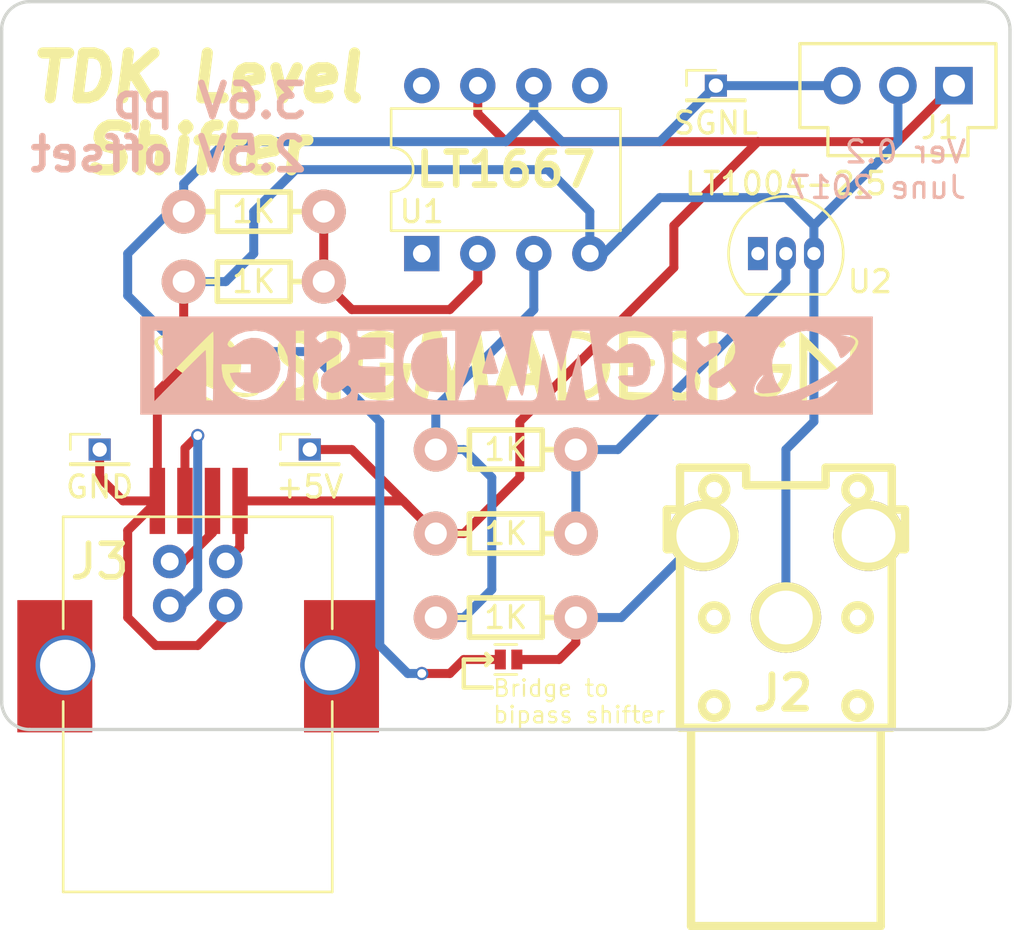
<source format=kicad_pcb>
(kicad_pcb (version 4) (host pcbnew 4.0.6)

  (general
    (links 27)
    (no_connects 1)
    (area 137.084999 93.904999 182.955001 127.075001)
    (thickness 1.6)
    (drawings 24)
    (tracks 102)
    (zones 0)
    (modules 18)
    (nets 16)
  )

  (page A4)
  (layers
    (0 F.Cu signal)
    (31 B.Cu signal)
    (32 B.Adhes user)
    (33 F.Adhes user)
    (34 B.Paste user)
    (35 F.Paste user)
    (36 B.SilkS user)
    (37 F.SilkS user)
    (38 B.Mask user)
    (39 F.Mask user)
    (40 Dwgs.User user)
    (41 Cmts.User user)
    (42 Eco1.User user)
    (43 Eco2.User user)
    (44 Edge.Cuts user)
    (45 Margin user)
    (46 B.CrtYd user)
    (47 F.CrtYd user)
    (48 B.Fab user)
    (49 F.Fab user)
  )

  (setup
    (last_trace_width 0.4064)
    (user_trace_width 0.3048)
    (user_trace_width 0.4064)
    (user_trace_width 0.6096)
    (trace_clearance 0.2)
    (zone_clearance 0.508)
    (zone_45_only no)
    (trace_min 0.2)
    (segment_width 0.2)
    (edge_width 0.15)
    (via_size 0.6)
    (via_drill 0.4)
    (via_min_size 0.4)
    (via_min_drill 0.3)
    (uvia_size 0.3)
    (uvia_drill 0.1)
    (uvias_allowed no)
    (uvia_min_size 0.2)
    (uvia_min_drill 0.1)
    (pcb_text_width 0.3)
    (pcb_text_size 1.5 1.5)
    (mod_edge_width 0.15)
    (mod_text_size 1 1)
    (mod_text_width 0.15)
    (pad_size 3.048 3.048)
    (pad_drill 3.048)
    (pad_to_mask_clearance 0)
    (aux_axis_origin 0 0)
    (visible_elements 7FFFFFFF)
    (pcbplotparams
      (layerselection 0x010f0_80000001)
      (usegerberextensions false)
      (excludeedgelayer true)
      (linewidth 0.100000)
      (plotframeref false)
      (viasonmask false)
      (mode 1)
      (useauxorigin false)
      (hpglpennumber 1)
      (hpglpenspeed 20)
      (hpglpendiameter 15)
      (hpglpenoverlay 2)
      (psnegative false)
      (psa4output false)
      (plotreference true)
      (plotvalue true)
      (plotinvisibletext false)
      (padsonsilk false)
      (subtractmaskfromsilk false)
      (outputformat 1)
      (mirror false)
      (drillshape 0)
      (scaleselection 1)
      (outputdirectory gerbers/))
  )

  (net 0 "")
  (net 1 +5V)
  (net 2 GND)
  (net 3 "Net-(J1-Pad3)")
  (net 4 "Net-(J2-Pad2)")
  (net 5 "Net-(J3-Pad2)")
  (net 6 "Net-(J3-Pad3)")
  (net 7 "Net-(R1-Pad1)")
  (net 8 "Net-(R1-Pad2)")
  (net 9 "Net-(R3-Pad1)")
  (net 10 "Net-(U1-Pad1)")
  (net 11 "Net-(U1-Pad5)")
  (net 12 "Net-(U1-Pad8)")
  (net 13 "Net-(U2-Pad1)")
  (net 14 "Net-(J2-Pad3)")
  (net 15 "Net-(J3-Pad5)")

  (net_class Default "This is the default net class."
    (clearance 0.2)
    (trace_width 0.25)
    (via_dia 0.6)
    (via_drill 0.4)
    (uvia_dia 0.3)
    (uvia_drill 0.1)
    (add_net +5V)
    (add_net GND)
    (add_net "Net-(J1-Pad3)")
    (add_net "Net-(J2-Pad2)")
    (add_net "Net-(J2-Pad3)")
    (add_net "Net-(J3-Pad2)")
    (add_net "Net-(J3-Pad3)")
    (add_net "Net-(J3-Pad5)")
    (add_net "Net-(R1-Pad1)")
    (add_net "Net-(R1-Pad2)")
    (add_net "Net-(R3-Pad1)")
    (add_net "Net-(U1-Pad1)")
    (add_net "Net-(U1-Pad5)")
    (add_net "Net-(U1-Pad8)")
    (add_net "Net-(U2-Pad1)")
  )

  (module Resistors_SMD:R_0603 (layer F.Cu) (tedit 59442A52) (tstamp 59442EBA)
    (at 160.02 123.825)
    (descr "Resistor SMD 0603, reflow soldering, Vishay (see dcrcw.pdf)")
    (tags "resistor 0603")
    (path /59442AE6)
    (attr smd)
    (fp_text reference R5 (at 0 1.27) (layer F.SilkS) hide
      (effects (font (size 1 1) (thickness 0.15)))
    )
    (fp_text value 0 (at 0 1.5) (layer F.Fab)
      (effects (font (size 1 1) (thickness 0.15)))
    )
    (fp_text user %R (at 0 0) (layer F.Fab)
      (effects (font (size 0.5 0.5) (thickness 0.075)))
    )
    (fp_line (start -0.8 0.4) (end -0.8 -0.4) (layer F.Fab) (width 0.1))
    (fp_line (start 0.8 0.4) (end -0.8 0.4) (layer F.Fab) (width 0.1))
    (fp_line (start 0.8 -0.4) (end 0.8 0.4) (layer F.Fab) (width 0.1))
    (fp_line (start -0.8 -0.4) (end 0.8 -0.4) (layer F.Fab) (width 0.1))
    (fp_line (start 0.5 0.68) (end -0.5 0.68) (layer F.SilkS) (width 0.12))
    (fp_line (start -0.5 -0.68) (end 0.5 -0.68) (layer F.SilkS) (width 0.12))
    (fp_line (start -1.25 -0.7) (end 1.25 -0.7) (layer F.CrtYd) (width 0.05))
    (fp_line (start -1.25 -0.7) (end -1.25 0.7) (layer F.CrtYd) (width 0.05))
    (fp_line (start 1.25 0.7) (end 1.25 -0.7) (layer F.CrtYd) (width 0.05))
    (fp_line (start 1.25 0.7) (end -1.25 0.7) (layer F.CrtYd) (width 0.05))
    (pad 1 smd rect (at -0.25 0) (size 0.5 0.9) (layers F.Cu F.Paste F.Mask)
      (net 3 "Net-(J1-Pad3)"))
    (pad 2 smd rect (at 0.5 0) (size 0.5 0.9) (layers F.Cu F.Paste F.Mask)
      (net 4 "Net-(J2-Pad2)"))
    (model ${KISYS3DMOD}/Resistors_SMD.3dshapes/R_0603.wrl
      (at (xyz 0 0 0))
      (scale (xyz 1 1 1))
      (rotate (xyz 0 0 0))
    )
  )

  (module USB_B_SMD_THT (layer F.Cu) (tedit 594427AC) (tstamp 59277BC7)
    (at 147.32 119.38 270)
    (descr "USB B connector")
    (tags "USB_B USB_DEV")
    (path /59277399)
    (fp_text reference J3 (at 0 5.715 360) (layer F.SilkS)
      (effects (font (thickness 0.254)))
    )
    (fp_text value USB_B (at 4.7 1.27 360) (layer F.Fab)
      (effects (font (size 1 1) (thickness 0.15)))
    )
    (fp_line (start 15.25 8.9) (end -2.3 8.9) (layer F.CrtYd) (width 0.05))
    (fp_line (start -2.3 8.9) (end -2.3 -6.35) (layer F.CrtYd) (width 0.05))
    (fp_line (start -2.3 -6.35) (end 15.25 -6.35) (layer F.CrtYd) (width 0.05))
    (fp_line (start 15.25 -6.35) (end 15.25 8.9) (layer F.CrtYd) (width 0.05))
    (fp_line (start 6.35 7.37) (end 14.99 7.37) (layer F.SilkS) (width 0.12))
    (fp_line (start -2.03 7.37) (end 3.05 7.37) (layer F.SilkS) (width 0.12))
    (fp_line (start 6.35 -4.83) (end 14.99 -4.83) (layer F.SilkS) (width 0.12))
    (fp_line (start -2.03 -4.83) (end 3.05 -4.83) (layer F.SilkS) (width 0.12))
    (fp_line (start 14.99 -4.83) (end 14.99 7.37) (layer F.SilkS) (width 0.12))
    (fp_line (start -2.03 7.37) (end -2.03 -4.83) (layer F.SilkS) (width 0.12))
    (pad 4 smd rect (at -2.75 3.1 270) (size 3 0.7) (layers F.Cu F.Paste F.Mask)
      (net 2 GND))
    (pad 3 smd rect (at -2.75 1.85 270) (size 3 0.7) (layers F.Cu F.Paste F.Mask)
      (net 6 "Net-(J3-Pad3)"))
    (pad 2 smd rect (at -2.75 0.6 270) (size 3 0.7) (layers F.Cu F.Paste F.Mask)
      (net 5 "Net-(J3-Pad2)"))
    (pad "" smd rect (at 4.75 7.75 270) (size 6 3.4) (layers F.Cu F.Paste F.Mask))
    (pad "" np_thru_hole circle (at 5.5 -1.5 270) (size 1.4 1.4) (drill 1.4) (layers *.Cu *.Mask))
    (pad 2 thru_hole circle (at 0 2.54 180) (size 1.52 1.52) (drill 0.81) (layers *.Cu *.Mask)
      (net 5 "Net-(J3-Pad2)"))
    (pad 1 thru_hole circle (at 0 0 180) (size 1.52 1.52) (drill 0.81) (layers *.Cu *.Mask)
      (net 1 +5V))
    (pad 4 thru_hole circle (at 2 0 180) (size 1.52 1.52) (drill 0.81) (layers *.Cu *.Mask)
      (net 2 GND))
    (pad 3 thru_hole circle (at 2 2.54 180) (size 1.52 1.52) (drill 0.81) (layers *.Cu *.Mask)
      (net 6 "Net-(J3-Pad3)"))
    (pad 5 thru_hole circle (at 4.7 7.27 180) (size 2.7 2.7) (drill 2.3) (layers *.Cu *.Mask)
      (net 15 "Net-(J3-Pad5)"))
    (pad 5 thru_hole circle (at 4.7 -4.73 180) (size 2.7 2.7) (drill 2.3) (layers *.Cu *.Mask)
      (net 15 "Net-(J3-Pad5)"))
    (pad "" np_thru_hole circle (at 5.5 4 270) (size 1.4 1.4) (drill 1.4) (layers *.Cu *.Mask))
    (pad "" smd rect (at 4.75 -5.25 270) (size 6 3.4) (layers F.Cu F.Paste F.Mask))
    (pad 1 smd rect (at -2.75 -0.65 270) (size 3 0.7) (layers F.Cu F.Paste F.Mask)
      (net 1 +5V))
    (model Connectors.3dshapes/USB_B.wrl
      (at (xyz 0.18 -0.05 0))
      (scale (xyz 0.39 0.39 0.39))
      (rotate (xyz 0 0 -90))
    )
  )

  (module rca_yellow (layer F.Cu) (tedit 59285850) (tstamp 59277DDF)
    (at 172.72 121.92)
    (descr "RCA Audio connector, yellow, Pro Signal p/n PSG01547")
    (tags "rca, audio")
    (path /59277268)
    (fp_text reference J2 (at -0.127 3.429) (layer F.SilkS)
      (effects (font (thickness 0.3048)))
    )
    (fp_text value PHONO (at 12.7 -3.81) (layer F.SilkS) hide
      (effects (font (thickness 0.3048)))
    )
    (fp_circle (center -3.2512 -5.79882) (end -3.79984 -5.79882) (layer F.SilkS) (width 0.381))
    (fp_circle (center 3.2512 -5.79882) (end 2.70002 -5.84962) (layer F.SilkS) (width 0.381))
    (fp_circle (center 3.2512 4.0005) (end 2.70002 4.04876) (layer F.SilkS) (width 0.381))
    (fp_circle (center -3.2512 4.0005) (end -3.79984 3.9497) (layer F.SilkS) (width 0.381))
    (fp_circle (center -3.2512 0) (end -3.79984 0) (layer F.SilkS) (width 0.381))
    (fp_circle (center 3.2512 0) (end 2.70002 -0.0508) (layer F.SilkS) (width 0.381))
    (fp_line (start -4.30022 5.00126) (end -4.30022 14.00048) (layer F.SilkS) (width 0.381))
    (fp_line (start -4.30022 14.00048) (end 4.30022 14.00048) (layer F.SilkS) (width 0.381))
    (fp_line (start 4.30022 14.00048) (end 4.30022 5.00126) (layer F.SilkS) (width 0.381))
    (fp_line (start 4.8006 -4.89966) (end 5.40004 -4.89966) (layer F.SilkS) (width 0.381))
    (fp_line (start 5.40004 -4.89966) (end 5.40004 -3.0988) (layer F.SilkS) (width 0.381))
    (fp_line (start 5.40004 -3.0988) (end 4.8006 -3.0988) (layer F.SilkS) (width 0.381))
    (fp_line (start -5.40004 -4.89966) (end -4.8006 -4.89966) (layer F.SilkS) (width 0.381))
    (fp_line (start -4.8006 -3.0988) (end -5.40004 -3.0988) (layer F.SilkS) (width 0.381))
    (fp_line (start -5.40004 -3.0988) (end -5.40004 -4.89966) (layer F.SilkS) (width 0.381))
    (fp_line (start -4.8006 -6.79958) (end -1.80086 -6.79958) (layer F.SilkS) (width 0.381))
    (fp_line (start -1.80086 -6.79958) (end -1.80086 -5.99948) (layer F.SilkS) (width 0.381))
    (fp_line (start -1.80086 -5.99948) (end 1.80086 -5.99948) (layer F.SilkS) (width 0.381))
    (fp_line (start 1.80086 -5.99948) (end 1.80086 -6.79958) (layer F.SilkS) (width 0.381))
    (fp_line (start 1.80086 -6.79958) (end 4.8006 -6.79958) (layer F.SilkS) (width 0.381))
    (fp_line (start 4.8006 5.00126) (end -4.8006 5.00126) (layer F.SilkS) (width 0.381))
    (fp_line (start -4.8006 4.99872) (end -4.8006 -6.80212) (layer F.SilkS) (width 0.381))
    (fp_line (start 4.8006 -6.79958) (end 4.8006 5.00126) (layer F.SilkS) (width 0.381))
    (pad 3 thru_hole circle (at 3.7465 -3.7084) (size 3.19786 3.19786) (drill 2.4384) (layers *.Cu *.Mask F.SilkS)
      (net 14 "Net-(J2-Pad3)"))
    (pad 1 thru_hole circle (at 0 0) (size 3.19786 3.19786) (drill 2.4384) (layers *.Cu *.Mask F.SilkS)
      (net 2 GND))
    (pad 2 thru_hole circle (at -3.7465 -3.7084) (size 3.19786 3.19786) (drill 2.4384) (layers *.Cu *.Mask F.SilkS)
      (net 4 "Net-(J2-Pad2)"))
    (model ../../../../../../Users/MakersBox/Dropbox/KiCad2015/myFootPrints.pretty/rca_yellow.wrl
      (at (xyz 0 0 0))
      (scale (xyz 1 1 1))
      (rotate (xyz 0 0 0))
    )
  )

  (module Pin_Headers:Pin_Header_Straight_1x03_Pitch2.54mm (layer F.Cu) (tedit 5928536E) (tstamp 59277BB6)
    (at 180.34 97.79 270)
    (descr "Through hole straight pin header, 1x03, 2.54mm pitch, single row")
    (tags "Through hole pin header THT 1x03 2.54mm single row")
    (path /5927F9E3)
    (fp_text reference J1 (at 1.905 0.635 360) (layer F.SilkS)
      (effects (font (size 1 1) (thickness 0.15)))
    )
    (fp_text value TO_TDK (at 0 7.41 270) (layer F.Fab)
      (effects (font (size 1 1) (thickness 0.15)))
    )
    (fp_line (start 1.905 -1.905) (end -1.905 -1.905) (layer F.SilkS) (width 0.15))
    (fp_line (start -1.905 -1.905) (end -1.905 6.985) (layer F.SilkS) (width 0.15))
    (fp_line (start -1.905 6.985) (end 1.905 6.985) (layer F.SilkS) (width 0.15))
    (fp_line (start 1.905 6.985) (end 1.905 5.715) (layer F.SilkS) (width 0.15))
    (fp_line (start 1.905 5.715) (end 2.54 5.715) (layer F.SilkS) (width 0.15))
    (fp_line (start 2.54 5.715) (end 3.175 5.715) (layer F.SilkS) (width 0.15))
    (fp_line (start 3.175 5.715) (end 3.175 -0.635) (layer F.SilkS) (width 0.15))
    (fp_line (start 3.175 -0.635) (end 1.905 -0.635) (layer F.SilkS) (width 0.15))
    (fp_line (start 1.905 -0.635) (end 1.905 -1.905) (layer F.SilkS) (width 0.15))
    (fp_line (start -1.27 -1.27) (end -1.27 6.35) (layer F.Fab) (width 0.1))
    (fp_line (start -1.27 6.35) (end 1.27 6.35) (layer F.Fab) (width 0.1))
    (fp_line (start 1.27 6.35) (end 1.27 -1.27) (layer F.Fab) (width 0.1))
    (fp_line (start 1.27 -1.27) (end -1.27 -1.27) (layer F.Fab) (width 0.1))
    (fp_line (start -1.8 -1.8) (end -1.8 6.85) (layer F.CrtYd) (width 0.05))
    (fp_line (start -1.8 6.85) (end 1.8 6.85) (layer F.CrtYd) (width 0.05))
    (fp_line (start 1.8 6.85) (end 1.8 -1.8) (layer F.CrtYd) (width 0.05))
    (fp_line (start 1.8 -1.8) (end -1.8 -1.8) (layer F.CrtYd) (width 0.05))
    (fp_text user %R (at 0 -2.33 270) (layer F.Fab)
      (effects (font (size 1 1) (thickness 0.15)))
    )
    (pad 1 thru_hole rect (at 0 0 270) (size 1.7 1.7) (drill 1) (layers *.Cu *.Mask)
      (net 1 +5V))
    (pad 2 thru_hole oval (at 0 2.54 270) (size 1.7 1.7) (drill 1) (layers *.Cu *.Mask)
      (net 2 GND))
    (pad 3 thru_hole oval (at 0 5.08 270) (size 1.7 1.7) (drill 1) (layers *.Cu *.Mask)
      (net 3 "Net-(J1-Pad3)"))
    (model ${KISYS3DMOD}/Pin_Headers.3dshapes/Pin_Header_Straight_1x03_Pitch2.54mm.wrl
      (at (xyz 0 -0.1 0))
      (scale (xyz 1 1 1))
      (rotate (xyz 0 0 90))
    )
  )

  (module Pin_Headers:Pin_Header_Straight_1x01 (layer F.Cu) (tedit 58E8641A) (tstamp 58E86D4E)
    (at 142.24 110.49)
    (descr "Through hole pin header")
    (tags "pin header")
    (fp_text reference REF** (at -1.27 -1.524) (layer F.SilkS) hide
      (effects (font (size 0.254 0.254) (thickness 0.0635)))
    )
    (fp_text value Pin_Header_Straight_1x01 (at -0.254 1.524) (layer F.Fab)
      (effects (font (size 0.254 0.254) (thickness 0.0635)))
    )
    (fp_line (start -1.75 -1.75) (end -1.75 1.75) (layer F.CrtYd) (width 0.05))
    (fp_line (start 1.75 -1.75) (end 1.75 1.75) (layer F.CrtYd) (width 0.05))
    (fp_line (start -1.75 -1.75) (end 1.75 -1.75) (layer F.CrtYd) (width 0.05))
    (fp_line (start -1.75 1.75) (end 1.75 1.75) (layer F.CrtYd) (width 0.05))
    (pad "" np_thru_hole circle (at -0.72 0) (size 3.048 3.048) (drill 3.048) (layers *.Cu *.Mask))
  )

  (module Pin_Headers:Pin_Header_Straight_1x01 (layer F.Cu) (tedit 58E86427) (tstamp 58E87624)
    (at 177.8 110.49)
    (descr "Through hole pin header")
    (tags "pin header")
    (fp_text reference REF** (at -1.27 -1.524) (layer F.SilkS) hide
      (effects (font (size 0.254 0.254) (thickness 0.0635)))
    )
    (fp_text value Pin_Header_Straight_1x01 (at -0.254 1.524) (layer F.Fab)
      (effects (font (size 0.254 0.254) (thickness 0.0635)))
    )
    (fp_line (start -1.75 -1.75) (end -1.75 1.75) (layer F.CrtYd) (width 0.05))
    (fp_line (start 1.75 -1.75) (end 1.75 1.75) (layer F.CrtYd) (width 0.05))
    (fp_line (start -1.75 -1.75) (end 1.75 -1.75) (layer F.CrtYd) (width 0.05))
    (fp_line (start -1.75 1.75) (end 1.75 1.75) (layer F.CrtYd) (width 0.05))
    (pad "" np_thru_hole circle (at 0.72 0) (size 3.048 3.048) (drill 3.048) (layers *.Cu *.Mask))
  )

  (module myFootPrints:SigmaDesign (layer F.Cu) (tedit 0) (tstamp 58E86E44)
    (at 160.02 110.49)
    (fp_text reference G*** (at 0 0) (layer F.SilkS) hide
      (effects (font (thickness 0.3)))
    )
    (fp_text value LOGO (at 0.75 0) (layer F.SilkS) hide
      (effects (font (thickness 0.3)))
    )
    (fp_poly (pts (xy -14.937881 0.695629) (xy -14.811575 0.756139) (xy -14.634161 0.861651) (xy -14.629598 0.864565)
      (xy -14.386737 1.009395) (xy -14.091252 1.170805) (xy -13.806704 1.314088) (xy -13.804098 1.315326)
      (xy -13.587938 1.420777) (xy -13.424422 1.505871) (xy -13.340585 1.556346) (xy -13.335 1.5628)
      (xy -13.390508 1.588784) (xy -13.534274 1.585318) (xy -13.732169 1.556853) (xy -13.950061 1.507839)
      (xy -14.097 1.463415) (xy -14.407029 1.316453) (xy -14.675702 1.089958) (xy -14.716125 1.046594)
      (xy -14.856734 0.883575) (xy -14.954356 0.754454) (xy -14.986 0.693145) (xy -14.937881 0.695629)) (layer F.SilkS) (width 0.01))
    (fp_poly (pts (xy -9.092186 -1.547156) (xy -8.823592 -1.449665) (xy -8.640981 -1.307828) (xy -8.595083 -1.229322)
      (xy -8.616244 -1.14993) (xy -8.717614 -1.032388) (xy -8.74958 -1.000114) (xy -8.875754 -0.88013)
      (xy -8.95399 -0.84098) (xy -9.02508 -0.872639) (xy -9.078794 -0.919206) (xy -9.233891 -1.004161)
      (xy -9.418393 -1.034112) (xy -9.581175 -1.006588) (xy -9.657951 -0.947209) (xy -9.704313 -0.816314)
      (xy -9.668454 -0.67809) (xy -9.54184 -0.522314) (xy -9.31594 -0.338763) (xy -8.982222 -0.117215)
      (xy -8.946911 -0.09525) (xy -8.686909 0.11291) (xy -8.539231 0.356485) (xy -8.489631 0.660405)
      (xy -8.489635 0.705062) (xy -8.538596 1.028529) (xy -8.681966 1.274653) (xy -8.931149 1.462208)
      (xy -8.958014 1.476276) (xy -9.216162 1.556639) (xy -9.528268 1.581873) (xy -9.833264 1.550678)
      (xy -10.00125 1.49844) (xy -10.178342 1.394366) (xy -10.311466 1.280057) (xy -10.380833 1.192328)
      (xy -10.389509 1.118885) (xy -10.330924 1.01615) (xy -10.256739 0.917056) (xy -10.082295 0.688349)
      (xy -9.911298 0.852174) (xy -9.692988 0.989231) (xy -9.518351 1.016) (xy -9.300541 0.98235)
      (xy -9.179993 0.873967) (xy -9.144 0.6867) (xy -9.170574 0.556671) (xy -9.267974 0.442184)
      (xy -9.413875 0.339376) (xy -9.711345 0.149288) (xy -9.920403 0.008458) (xy -10.061538 -0.099205)
      (xy -10.155237 -0.18979) (xy -10.221985 -0.279386) (xy -10.240707 -0.309981) (xy -10.341055 -0.595492)
      (xy -10.333483 -0.896711) (xy -10.226692 -1.179062) (xy -10.029385 -1.407967) (xy -9.950543 -1.463071)
      (xy -9.697063 -1.558767) (xy -9.397144 -1.585159) (xy -9.092186 -1.547156)) (layer F.SilkS) (width 0.01))
    (fp_poly (pts (xy -7.493 1.5875) (xy -8.128 1.5875) (xy -8.128 -1.5875) (xy -7.493 -1.5875)
      (xy -7.493 1.5875)) (layer F.SilkS) (width 0.01))
    (fp_poly (pts (xy -5.365925 -1.546368) (xy -5.037226 -1.433299) (xy -4.859218 -1.33095) (xy -4.694462 -1.204261)
      (xy -4.56825 -1.077642) (xy -4.505868 -0.975503) (xy -4.515774 -0.929955) (xy -4.578943 -0.885262)
      (xy -4.705777 -0.797089) (xy -4.747476 -0.768257) (xy -4.954701 -0.625142) (xy -5.14622 -0.786294)
      (xy -5.420422 -0.949485) (xy -5.698476 -0.998416) (xy -5.961842 -0.943837) (xy -6.191979 -0.796498)
      (xy -6.370347 -0.567149) (xy -6.478404 -0.26654) (xy -6.502142 -0.000123) (xy -6.455175 0.381947)
      (xy -6.327075 0.667507) (xy -6.118775 0.855456) (xy -5.831206 0.944691) (xy -5.695987 0.9525)
      (xy -5.48129 0.937272) (xy -5.330345 0.876257) (xy -5.202116 0.766884) (xy -5.063683 0.611017)
      (xy -5.030833 0.513566) (xy -5.109775 0.462295) (xy -5.30672 0.444971) (xy -5.36575 0.4445)
      (xy -5.715 0.4445) (xy -5.715 -0.13116) (xy -4.28625 -0.09525) (xy -4.307783 0.1905)
      (xy -4.368592 0.509956) (xy -4.490944 0.837646) (xy -4.651732 1.116801) (xy -4.717977 1.19821)
      (xy -5.004474 1.420547) (xy -5.352453 1.548728) (xy -5.734401 1.579201) (xy -6.122803 1.50841)
      (xy -6.358624 1.410116) (xy -6.690452 1.170692) (xy -6.936609 0.855442) (xy -7.093532 0.48543)
      (xy -7.157656 0.08172) (xy -7.125415 -0.334624) (xy -6.993246 -0.742537) (xy -6.781791 -1.090378)
      (xy -6.502197 -1.353003) (xy -6.157635 -1.519568) (xy -5.771185 -1.585535) (xy -5.365925 -1.546368)) (layer F.SilkS) (width 0.01))
    (fp_poly (pts (xy -1.238518 -1.58062) (xy -1.185015 -1.537524) (xy -1.142072 -1.450437) (xy -1.104368 -1.305204)
      (xy -1.066577 -1.087671) (xy -1.023379 -0.783684) (xy -0.969449 -0.37909) (xy -0.918607 0)
      (xy -0.85064 0.507089) (xy -0.797354 0.893079) (xy -0.752942 1.162205) (xy -0.711596 1.318705)
      (xy -0.667507 1.366815) (xy -0.614867 1.310771) (xy -0.547868 1.154809) (xy -0.460701 0.903167)
      (xy -0.347559 0.560081) (xy -0.309197 0.4445) (xy -0.261104 0.301038) (xy 0.398096 0.301038)
      (xy 0.416649 0.34741) (xy 0.527806 0.372855) (xy 0.747998 0.380983) (xy 0.762 0.381)
      (xy 0.989546 0.373329) (xy 1.106502 0.348061) (xy 1.128483 0.301815) (xy 1.128416 0.301625)
      (xy 1.098919 0.206996) (xy 1.04487 0.024021) (xy 0.976227 -0.213428) (xy 0.951029 -0.301625)
      (xy 0.879802 -0.537835) (xy 0.817748 -0.718709) (xy 0.774823 -0.816165) (xy 0.765305 -0.8255)
      (xy 0.732612 -0.768894) (xy 0.67669 -0.617793) (xy 0.607549 -0.40028) (xy 0.578789 -0.302212)
      (xy 0.506745 -0.053915) (xy 0.445507 0.151669) (xy 0.405238 0.280604) (xy 0.398096 0.301038)
      (xy -0.261104 0.301038) (xy -0.177221 0.050818) (xy -0.045605 -0.337906) (xy 0.075121 -0.690852)
      (xy 0.17443 -0.977198) (xy 0.228614 -1.129961) (xy 0.395953 -1.593172) (xy 1.157477 -1.55575)
      (xy 1.68974 0) (xy 1.832986 0.419374) (xy 1.961664 0.797395) (xy 2.070342 1.118003)
      (xy 2.153589 1.365139) (xy 2.205976 1.522743) (xy 2.222251 1.574793) (xy 2.164914 1.582021)
      (xy 2.016159 1.581166) (xy 1.857596 1.574793) (xy 1.492693 1.55575) (xy 1.397405 1.220131)
      (xy 1.302118 0.884513) (xy 0.762507 0.902631) (xy 0.222895 0.92075) (xy 0.128145 1.254125)
      (xy 0.033395 1.587499) (xy -0.643169 1.5875) (xy -0.884694 1.590947) (xy -1.065016 1.590708)
      (xy -1.194931 1.570914) (xy -1.28524 1.515696) (xy -1.346743 1.409183) (xy -1.390237 1.235507)
      (xy -1.426523 0.978797) (xy -1.466399 0.623184) (xy -1.499664 0.328869) (xy -1.541984 -0.004782)
      (xy -1.582446 -0.270271) (xy -1.618047 -0.451244) (xy -1.64578 -0.531343) (xy -1.656744 -0.526069)
      (xy -1.687661 -0.426608) (xy -1.744834 -0.228179) (xy -1.821593 0.04553) (xy -1.911269 0.370828)
      (xy -1.970877 0.589687) (xy -2.241381 1.5875) (xy -2.636228 1.5875) (xy -2.915713 0.555625)
      (xy -3.01068 0.210839) (xy -3.096762 -0.090815) (xy -3.167639 -0.328039) (xy -3.216996 -0.479535)
      (xy -3.23594 -0.523917) (xy -3.257136 -0.481674) (xy -3.288507 -0.333649) (xy -3.326542 -0.100318)
      (xy -3.367728 0.197841) (xy -3.388435 0.365083) (xy -3.438361 0.78626) (xy -3.477719 1.097995)
      (xy -3.513169 1.31667) (xy -3.551374 1.45867) (xy -3.598993 1.540377) (xy -3.662687 1.578175)
      (xy -3.749118 1.588448) (xy -3.864947 1.587578) (xy -3.88543 1.5875) (xy -4.071803 1.583901)
      (xy -4.160271 1.561016) (xy -4.179926 1.500709) (xy -4.165559 1.412875) (xy -4.146061 1.296203)
      (xy -4.113212 1.076776) (xy -4.07033 0.777737) (xy -4.020735 0.422232) (xy -3.967744 0.033406)
      (xy -3.967521 0.03175) (xy -3.914327 -0.359925) (xy -3.864473 -0.721012) (xy -3.821319 -1.027623)
      (xy -3.788228 -1.255867) (xy -3.768691 -1.381126) (xy -3.732367 -1.587501) (xy -3.340029 -1.587501)
      (xy -2.947691 -1.5875) (xy -2.702012 -0.66675) (xy -2.615712 -0.34628) (xy -2.540969 -0.074325)
      (xy -2.483739 0.127887) (xy -2.449975 0.239127) (xy -2.443756 0.254) (xy -2.422289 0.196588)
      (xy -2.371431 0.038337) (xy -2.297719 -0.199783) (xy -2.207686 -0.4968) (xy -2.156832 -0.66675)
      (xy -1.882483 -1.5875) (xy -1.515619 -1.5875) (xy -1.398497 -1.591454) (xy -1.307904 -1.593879)
      (xy -1.238518 -1.58062)) (layer F.SilkS) (width 0.01))
    (fp_poly (pts (xy 3.419944 -1.550199) (xy 3.863036 -1.436342) (xy 4.211357 -1.243002) (xy 4.469257 -0.96725)
      (xy 4.641092 -0.606158) (xy 4.702351 -0.360194) (xy 4.736649 0.104469) (xy 4.667216 0.530824)
      (xy 4.500873 0.902618) (xy 4.244441 1.203603) (xy 3.96875 1.387662) (xy 3.785162 1.467124)
      (xy 3.591127 1.51978) (xy 3.348422 1.553026) (xy 3.018825 1.574262) (xy 3.000375 1.575097)
      (xy 2.3495 1.604147) (xy 2.3495 1.223201) (xy 2.7305 1.223201) (xy 3.198881 1.193142)
      (xy 3.542864 1.152228) (xy 3.794602 1.075781) (xy 3.890621 1.02504) (xy 4.125251 0.813712)
      (xy 4.27331 0.519757) (xy 4.337964 0.135974) (xy 4.341569 0) (xy 4.310306 -0.369279)
      (xy 4.208882 -0.658173) (xy 4.025002 -0.899348) (xy 3.990658 -0.932396) (xy 3.813578 -1.064603)
      (xy 3.596181 -1.155792) (xy 3.304022 -1.2182) (xy 3.117421 -1.242629) (xy 2.7305 -1.286405)
      (xy 2.7305 1.223201) (xy 2.3495 1.223201) (xy 2.3495 -1.5875) (xy 2.877724 -1.587501)
      (xy 3.419944 -1.550199)) (layer F.SilkS) (width 0.01))
    (fp_poly (pts (xy 6.7945 -1.42875) (xy 6.790635 -1.356708) (xy 6.763584 -1.31062) (xy 6.690158 -1.284687)
      (xy 6.547172 -1.273115) (xy 6.311439 -1.270106) (xy 6.1595 -1.27) (xy 5.5245 -1.27)
      (xy 5.5245 -0.322099) (xy 6.143625 -0.303925) (xy 6.427441 -0.294432) (xy 6.60777 -0.281644)
      (xy 6.708077 -0.258855) (xy 6.751829 -0.219358) (xy 6.762492 -0.156448) (xy 6.76275 -0.127)
      (xy 6.758221 -0.054094) (xy 6.728992 -0.006998) (xy 6.651597 0.020994) (xy 6.502567 0.036587)
      (xy 6.258439 0.046488) (xy 6.143625 0.049924) (xy 5.5245 0.068098) (xy 5.5245 1.201901)
      (xy 6.143625 1.220075) (xy 6.76275 1.23825) (xy 6.782842 1.412875) (xy 6.802935 1.5875)
      (xy 5.1435 1.5875) (xy 5.1435 -1.5875) (xy 6.7945 -1.5875) (xy 6.7945 -1.42875)) (layer F.SilkS) (width 0.01))
    (fp_poly (pts (xy 8.298585 -1.531941) (xy 8.525006 -1.41095) (xy 8.542806 -1.395068) (xy 8.646102 -1.289914)
      (xy 8.662674 -1.221759) (xy 8.599403 -1.141769) (xy 8.581088 -1.123367) (xy 8.495757 -1.048232)
      (xy 8.423819 -1.042188) (xy 8.315581 -1.108496) (xy 8.267278 -1.143963) (xy 8.059216 -1.242024)
      (xy 7.857276 -1.246511) (xy 7.681152 -1.176587) (xy 7.550543 -1.051417) (xy 7.485144 -0.890165)
      (xy 7.504651 -0.711994) (xy 7.62876 -0.536069) (xy 7.635875 -0.529621) (xy 7.776612 -0.422236)
      (xy 7.971092 -0.294892) (xy 8.069811 -0.236316) (xy 8.293182 -0.083523) (xy 8.516736 0.108283)
      (xy 8.593686 0.187168) (xy 8.739071 0.368823) (xy 8.808586 0.526556) (xy 8.826262 0.714557)
      (xy 8.769746 1.026271) (xy 8.614992 1.282299) (xy 8.383305 1.469832) (xy 8.095991 1.57606)
      (xy 7.774356 1.588174) (xy 7.493032 1.51616) (xy 7.324626 1.422833) (xy 7.17066 1.295982)
      (xy 7.068864 1.170254) (xy 7.0485 1.107956) (xy 7.092856 1.007179) (xy 7.146045 0.950594)
      (xy 7.226228 0.911725) (xy 7.317195 0.949038) (xy 7.421883 1.040453) (xy 7.668509 1.202362)
      (xy 7.934864 1.246643) (xy 8.19881 1.170409) (xy 8.239125 1.146969) (xy 8.372236 1.046488)
      (xy 8.431613 0.932576) (xy 8.445491 0.749865) (xy 8.4455 0.742252) (xy 8.420706 0.535719)
      (xy 8.332921 0.370834) (xy 8.162037 0.2232) (xy 7.89164 0.070276) (xy 7.566439 -0.126782)
      (xy 7.319652 -0.346149) (xy 7.170182 -0.569287) (xy 7.139426 -0.667462) (xy 7.139036 -0.971376)
      (xy 7.245229 -1.242729) (xy 7.444824 -1.449629) (xy 7.469118 -1.465363) (xy 7.723452 -1.562237)
      (xy 8.015671 -1.5834) (xy 8.298585 -1.531941)) (layer F.SilkS) (width 0.01))
    (fp_poly (pts (xy 9.5885 1.5875) (xy 9.2075 1.5875) (xy 9.2075 -1.5875) (xy 9.5885 -1.5875)
      (xy 9.5885 1.5875)) (layer F.SilkS) (width 0.01))
    (fp_poly (pts (xy 12.000096 -1.504676) (xy 12.355853 -1.341921) (xy 12.474177 -1.256397) (xy 12.641898 -1.090467)
      (xy 12.693073 -0.960949) (xy 12.63001 -0.859497) (xy 12.590887 -0.834249) (xy 12.491492 -0.816102)
      (xy 12.367006 -0.87965) (xy 12.275123 -0.95463) (xy 11.949876 -1.1641) (xy 11.599557 -1.256725)
      (xy 11.245314 -1.23395) (xy 10.908297 -1.097219) (xy 10.609654 -0.84798) (xy 10.602886 -0.840347)
      (xy 10.396073 -0.521066) (xy 10.296171 -0.174488) (xy 10.296094 0.177588) (xy 10.388753 0.513365)
      (xy 10.567061 0.811044) (xy 10.823929 1.048826) (xy 11.152271 1.204913) (xy 11.277798 1.235288)
      (xy 11.599807 1.23667) (xy 11.922046 1.137123) (xy 12.208901 0.955594) (xy 12.424755 0.711028)
      (xy 12.486384 0.592379) (xy 12.54415 0.44546) (xy 12.572429 0.356528) (xy 12.573 0.351289)
      (xy 12.51468 0.335137) (xy 12.360414 0.323189) (xy 12.141237 0.317647) (xy 12.09675 0.3175)
      (xy 11.6205 0.3175) (xy 11.6205 -0.0635) (xy 12.954 -0.0635) (xy 12.954 0.147438)
      (xy 12.898528 0.507003) (xy 12.74629 0.854265) (xy 12.518553 1.159868) (xy 12.236581 1.394456)
      (xy 11.960523 1.518825) (xy 11.567363 1.578991) (xy 11.159948 1.558403) (xy 10.89025 1.492868)
      (xy 10.577662 1.32083) (xy 10.303814 1.052416) (xy 10.087898 0.716737) (xy 9.949108 0.342905)
      (xy 9.906 0) (xy 9.9633 -0.403376) (xy 10.122669 -0.788864) (xy 10.365305 -1.126405)
      (xy 10.67241 -1.385943) (xy 10.824292 -1.468218) (xy 11.193959 -1.573005) (xy 11.599346 -1.583431)
      (xy 12.000096 -1.504676)) (layer F.SilkS) (width 0.01))
    (fp_poly (pts (xy 15.999156 1.61925) (xy 14.851554 0.460375) (xy 14.540555 0.14729) (xy 14.259569 -0.133727)
      (xy 14.020707 -0.370714) (xy 13.836084 -0.551708) (xy 13.71781 -0.664744) (xy 13.678226 -0.6985)
      (xy 13.670007 -0.638341) (xy 13.662875 -0.471221) (xy 13.657281 -0.217177) (xy 13.653674 0.103751)
      (xy 13.6525 0.4445) (xy 13.6525 1.5875) (xy 13.339323 1.5875) (xy 13.321286 0.02636)
      (xy 13.317176 -0.40528) (xy 13.315161 -0.79295) (xy 13.315195 -1.119181) (xy 13.317232 -1.366505)
      (xy 13.321225 -1.517452) (xy 13.325491 -1.556922) (xy 13.374043 -1.519621) (xy 13.499167 -1.403116)
      (xy 13.688833 -1.21919) (xy 13.93101 -0.979624) (xy 14.213667 -0.6962) (xy 14.481875 -0.424408)
      (xy 15.616019 0.73025) (xy 15.618509 -0.428625) (xy 15.621 -1.5875) (xy 16.002 -1.5875)
      (xy 15.999156 1.61925)) (layer F.SilkS) (width 0.01))
    (fp_poly (pts (xy -13.361474 -1.560331) (xy -13.109914 -1.494526) (xy -13.108401 -1.494074) (xy -12.717328 -1.314679)
      (xy -12.397605 -1.041259) (xy -12.163655 -0.693318) (xy -12.029899 -0.290357) (xy -12.003515 0)
      (xy -12.041564 0.325017) (xy -12.142074 0.653586) (xy -12.286626 0.9324) (xy -12.356983 1.022887)
      (xy -12.4167 1.107884) (xy -12.375727 1.155145) (xy -12.338399 1.170702) (xy -12.215914 1.199873)
      (xy -12.015984 1.230465) (xy -11.840205 1.250059) (xy -11.605512 1.263636) (xy -11.458827 1.246627)
      (xy -11.363735 1.193895) (xy -11.349995 1.180923) (xy -11.284637 1.07954) (xy -11.291988 0.958197)
      (xy -11.37889 0.792799) (xy -11.512014 0.610347) (xy -11.601135 0.482954) (xy -11.625405 0.418756)
      (xy -11.600071 0.421658) (xy -11.452619 0.548528) (xy -11.311627 0.738836) (xy -11.209073 0.942217)
      (xy -11.176 1.089602) (xy -11.215602 1.248807) (xy -11.287125 1.322907) (xy -11.469854 1.383415)
      (xy -11.705072 1.42171) (xy -11.918986 1.427232) (xy -11.96975 1.420578) (xy -12.102378 1.394427)
      (xy -12.305077 1.354227) (xy -12.446 1.326197) (xy -12.79875 1.231342) (xy -13.218599 1.07934)
      (xy -13.66849 0.885714) (xy -14.111366 0.665985) (xy -14.375176 0.51814) (xy -14.744944 0.277079)
      (xy -15.091987 0.009211) (xy -15.400106 -0.268974) (xy -15.653105 -0.540989) (xy -15.834784 -0.790345)
      (xy -15.928946 -1.000553) (xy -15.9385 -1.073222) (xy -15.8805 -1.215498) (xy -15.726433 -1.324627)
      (xy -15.506203 -1.383613) (xy -15.382876 -1.389052) (xy -15.08125 -1.381104) (xy -15.353433 -1.336852)
      (xy -15.546883 -1.286863) (xy -15.696545 -1.216286) (xy -15.724271 -1.193944) (xy -15.785879 -1.111371)
      (xy -15.777798 -1.019552) (xy -15.727381 -0.91277) (xy -15.622608 -0.754124) (xy -15.481683 -0.591313)
      (xy -15.33271 -0.450854) (xy -15.203791 -0.359263) (xy -15.123373 -0.34284) (xy -15.065725 -0.427928)
      (xy -15.016437 -0.57749) (xy -15.016042 -0.579281) (xy -14.915781 -0.80151) (xy -14.727086 -1.0349)
      (xy -14.481824 -1.249913) (xy -14.211862 -1.417008) (xy -14.03785 -1.486044) (xy -13.769186 -1.556576)
      (xy -13.562479 -1.581176) (xy -13.361474 -1.560331)) (layer F.SilkS) (width 0.01))
  )

  (module myFootPrints:SigmaDesign (layer F.Cu) (tedit 0) (tstamp 58E86EAD)
    (at 160.02 110.49)
    (fp_text reference G*** (at 0 0) (layer B.SilkS) hide
      (effects (font (thickness 0.3)))
    )
    (fp_text value LOGO (at 0.75 0) (layer B.SilkS) hide
      (effects (font (thickness 0.3)))
    )
    (fp_poly (pts (xy 16.637 2.2225) (xy -16.5735 2.2225) (xy -16.5735 -1.5875) (xy -15.9385 -1.5875)
      (xy -15.937079 0.015875) (xy -15.935657 1.61925) (xy -14.788055 0.460375) (xy -14.477056 0.14729)
      (xy -14.19607 -0.133727) (xy -13.957208 -0.370714) (xy -13.772585 -0.551708) (xy -13.654311 -0.664744)
      (xy -13.614727 -0.6985) (xy -13.606508 -0.638341) (xy -13.599376 -0.471221) (xy -13.593782 -0.217177)
      (xy -13.590175 0.103751) (xy -13.589 0.4445) (xy -13.589 1.5875) (xy -13.275824 1.5875)
      (xy -13.257787 0.02636) (xy -13.256932 -0.0635) (xy -12.8905 -0.0635) (xy -12.8905 0.147438)
      (xy -12.832993 0.517889) (xy -12.67456 0.87259) (xy -12.436337 1.180876) (xy -12.139459 1.412082)
      (xy -11.962418 1.494008) (xy -11.597135 1.571495) (xy -11.192047 1.571558) (xy -10.89025 1.51753)
      (xy -10.642204 1.399496) (xy -10.386557 1.195701) (xy -10.156184 0.940761) (xy -9.983954 0.669295)
      (xy -9.916646 0.49222) (xy -9.848049 0.012785) (xy -9.896807 -0.420522) (xy -10.063937 -0.812512)
      (xy -10.244323 -1.056335) (xy -10.566105 -1.348402) (xy -10.919555 -1.522203) (xy -11.321129 -1.585558)
      (xy -11.359133 -1.586106) (xy -11.802957 -1.545616) (xy -12.171634 -1.415732) (xy -12.410678 -1.256397)
      (xy -12.578399 -1.090467) (xy -12.629574 -0.960949) (xy -12.566511 -0.859497) (xy -12.527388 -0.834249)
      (xy -12.427993 -0.816102) (xy -12.303507 -0.87965) (xy -12.211624 -0.95463) (xy -11.886377 -1.1641)
      (xy -11.536058 -1.256725) (xy -11.181815 -1.23395) (xy -10.844798 -1.097219) (xy -10.546155 -0.84798)
      (xy -10.539387 -0.840347) (xy -10.332574 -0.521066) (xy -10.232672 -0.174488) (xy -10.232595 0.177588)
      (xy -10.325254 0.513365) (xy -10.503562 0.811044) (xy -10.76043 1.048826) (xy -11.088772 1.204913)
      (xy -11.214299 1.235288) (xy -11.536308 1.23667) (xy -11.858547 1.137123) (xy -12.145402 0.955594)
      (xy -12.361256 0.711028) (xy -12.422885 0.592379) (xy -12.480651 0.44546) (xy -12.50893 0.356528)
      (xy -12.5095 0.351289) (xy -12.451181 0.335137) (xy -12.296915 0.323189) (xy -12.077738 0.317647)
      (xy -12.03325 0.3175) (xy -11.557 0.3175) (xy -11.557 -0.0635) (xy -12.8905 -0.0635)
      (xy -13.256932 -0.0635) (xy -13.253677 -0.40528) (xy -13.251662 -0.79295) (xy -13.251696 -1.119181)
      (xy -13.253733 -1.366505) (xy -13.257726 -1.517452) (xy -13.261992 -1.556922) (xy -13.310544 -1.519621)
      (xy -13.435668 -1.403116) (xy -13.625334 -1.21919) (xy -13.867511 -0.979624) (xy -14.150168 -0.6962)
      (xy -14.418376 -0.424408) (xy -15.55252 0.73025) (xy -15.5575 -1.5875) (xy -9.525 -1.5875)
      (xy -9.525 1.5875) (xy -9.144 1.5875) (xy -6.739436 1.5875) (xy -5.08 1.5875)
      (xy -5.08 0.077872) (xy -4.671107 0.077872) (xy -4.610054 0.492007) (xy -4.464378 0.859667)
      (xy -4.242765 1.158309) (xy -3.978918 1.352907) (xy -3.748987 1.457355) (xy -3.518838 1.524843)
      (xy -3.249294 1.563015) (xy -2.901175 1.579515) (xy -2.809875 1.581) (xy -2.286 1.5875)
      (xy -2.286 1.574793) (xy -2.158752 1.574793) (xy -2.101415 1.582021) (xy -1.95266 1.581166)
      (xy -1.794097 1.574793) (xy -1.429194 1.55575) (xy -1.333906 1.220131) (xy -1.238619 0.884513)
      (xy -0.699008 0.902631) (xy -0.159396 0.92075) (xy 0.030104 1.5875) (xy 0.706668 1.5875)
      (xy 0.948193 1.590947) (xy 1.128515 1.590708) (xy 1.25843 1.570914) (xy 1.348739 1.515696)
      (xy 1.410242 1.409183) (xy 1.453736 1.235507) (xy 1.490022 0.978797) (xy 1.529898 0.623184)
      (xy 1.563163 0.328869) (xy 1.605483 -0.004782) (xy 1.645945 -0.270271) (xy 1.681546 -0.451244)
      (xy 1.709279 -0.531343) (xy 1.720243 -0.526069) (xy 1.75116 -0.426608) (xy 1.808333 -0.228179)
      (xy 1.885092 0.04553) (xy 1.974768 0.370828) (xy 2.034376 0.589687) (xy 2.30488 1.5875)
      (xy 2.699727 1.5875) (xy 2.979212 0.555625) (xy 3.074179 0.210839) (xy 3.160261 -0.090815)
      (xy 3.231138 -0.328039) (xy 3.280495 -0.479535) (xy 3.299439 -0.523917) (xy 3.320635 -0.481674)
      (xy 3.352006 -0.333649) (xy 3.390041 -0.100318) (xy 3.431227 0.197841) (xy 3.451934 0.365083)
      (xy 3.50186 0.78626) (xy 3.541218 1.097995) (xy 3.576668 1.31667) (xy 3.614873 1.45867)
      (xy 3.662492 1.540377) (xy 3.726186 1.578175) (xy 3.812617 1.588448) (xy 3.928446 1.587578)
      (xy 3.948929 1.5875) (xy 4.135302 1.583901) (xy 4.22377 1.561016) (xy 4.243425 1.500709)
      (xy 4.229058 1.412875) (xy 4.20956 1.296203) (xy 4.176711 1.076776) (xy 4.133829 0.777737)
      (xy 4.084234 0.422232) (xy 4.031243 0.033406) (xy 4.03102 0.03175) (xy 4.013772 -0.09525)
      (xy 4.34975 -0.09525) (xy 4.371282 0.1905) (xy 4.432091 0.509956) (xy 4.554443 0.837646)
      (xy 4.715231 1.116801) (xy 4.781476 1.19821) (xy 5.063883 1.416475) (xy 5.408611 1.544178)
      (xy 5.786182 1.578515) (xy 6.167118 1.516686) (xy 6.511169 1.362668) (xy 6.835833 1.089664)
      (xy 7.060937 0.740453) (xy 7.182763 0.322149) (xy 7.204782 0.034742) (xy 7.17969 -0.360801)
      (xy 7.08944 -0.68684) (xy 6.918948 -0.99058) (xy 6.84529 -1.090378) (xy 6.565696 -1.353003)
      (xy 6.221134 -1.519568) (xy 5.834684 -1.585535) (xy 5.429424 -1.546368) (xy 5.100725 -1.433299)
      (xy 4.922717 -1.33095) (xy 4.757961 -1.204261) (xy 4.631749 -1.077642) (xy 4.569367 -0.975503)
      (xy 4.579273 -0.929955) (xy 4.642442 -0.885262) (xy 4.769276 -0.797089) (xy 4.810975 -0.768257)
      (xy 5.0182 -0.625142) (xy 5.209719 -0.786294) (xy 5.483921 -0.949485) (xy 5.761975 -0.998416)
      (xy 6.025341 -0.943837) (xy 6.255478 -0.796498) (xy 6.433846 -0.567149) (xy 6.541903 -0.26654)
      (xy 6.565641 -0.000123) (xy 6.518674 0.381947) (xy 6.390574 0.667507) (xy 6.182274 0.855456)
      (xy 5.894705 0.944691) (xy 5.759486 0.9525) (xy 5.544789 0.937272) (xy 5.393844 0.876257)
      (xy 5.265615 0.766884) (xy 5.127182 0.611017) (xy 5.094332 0.513566) (xy 5.173274 0.462295)
      (xy 5.370219 0.444971) (xy 5.42925 0.4445) (xy 5.7785 0.4445) (xy 5.7785 -0.13116)
      (xy 4.34975 -0.09525) (xy 4.013772 -0.09525) (xy 3.977826 -0.359925) (xy 3.927972 -0.721012)
      (xy 3.884818 -1.027623) (xy 3.851727 -1.255867) (xy 3.83219 -1.381125) (xy 3.795866 -1.5875)
      (xy 7.5565 -1.5875) (xy 7.5565 1.5875) (xy 8.1915 1.5875) (xy 8.1915 0.660405)
      (xy 8.55313 0.660405) (xy 8.553134 0.705062) (xy 8.602095 1.028529) (xy 8.745465 1.274653)
      (xy 8.994648 1.462208) (xy 9.021513 1.476276) (xy 9.2917 1.560472) (xy 9.612699 1.583229)
      (xy 9.770773 1.5628) (xy 13.3985 1.5628) (xy 13.454381 1.587963) (xy 13.599828 1.584607)
      (xy 13.801544 1.55637) (xy 14.026232 1.506886) (xy 14.101349 1.486043) (xy 14.365131 1.380719)
      (xy 14.598254 1.216607) (xy 14.747875 1.073504) (xy 14.899798 0.908195) (xy 15.008158 0.773834)
      (xy 15.049499 0.699504) (xy 15.0495 0.699499) (xy 15.001464 0.698776) (xy 14.875361 0.756882)
      (xy 14.698195 0.86131) (xy 14.693097 0.864565) (xy 14.450236 1.009395) (xy 14.154751 1.170805)
      (xy 13.870203 1.314088) (xy 13.867597 1.315326) (xy 13.651437 1.420777) (xy 13.487921 1.505871)
      (xy 13.404084 1.556346) (xy 13.3985 1.5628) (xy 9.770773 1.5628) (xy 9.92337 1.543079)
      (xy 10.050914 1.501014) (xy 10.231153 1.399939) (xy 10.374965 1.280146) (xy 10.444333 1.192364)
      (xy 10.452639 1.12206) (xy 11.244912 1.12206) (xy 11.271095 1.264044) (xy 11.313332 1.308135)
      (xy 11.555776 1.398866) (xy 11.881781 1.419562) (xy 12.299613 1.370144) (xy 12.645819 1.295113)
      (xy 13.105391 1.153252) (xy 13.588565 0.954415) (xy 14.075337 0.711402) (xy 14.545703 0.437011)
      (xy 14.979659 0.14404) (xy 15.3572 -0.154714) (xy 15.658322 -0.44645) (xy 15.863022 -0.718372)
      (xy 15.898877 -0.786129) (xy 15.978448 -0.975587) (xy 15.991108 -1.10057) (xy 15.934646 -1.20589)
      (xy 15.875 -1.27) (xy 15.740545 -1.357188) (xy 15.545801 -1.388974) (xy 15.446375 -1.389052)
      (xy 15.14475 -1.381104) (xy 15.416932 -1.336852) (xy 15.610382 -1.286863) (xy 15.760044 -1.216286)
      (xy 15.78777 -1.193944) (xy 15.849378 -1.111371) (xy 15.841297 -1.019552) (xy 15.79088 -0.91277)
      (xy 15.686107 -0.754124) (xy 15.545182 -0.591313) (xy 15.396209 -0.450854) (xy 15.26729 -0.359263)
      (xy 15.186872 -0.34284) (xy 15.129224 -0.427928) (xy 15.079936 -0.57749) (xy 15.079541 -0.579281)
      (xy 14.97928 -0.80151) (xy 14.790585 -1.0349) (xy 14.545323 -1.249913) (xy 14.275361 -1.417008)
      (xy 14.101349 -1.486044) (xy 13.832685 -1.556576) (xy 13.625978 -1.581176) (xy 13.424973 -1.560331)
      (xy 13.173413 -1.494526) (xy 13.1719 -1.494074) (xy 12.780827 -1.314679) (xy 12.461104 -1.041259)
      (xy 12.227154 -0.693318) (xy 12.093398 -0.290357) (xy 12.067014 0) (xy 12.105063 0.325017)
      (xy 12.205573 0.653586) (xy 12.350125 0.9324) (xy 12.420482 1.022887) (xy 12.480199 1.107884)
      (xy 12.439226 1.155145) (xy 12.401898 1.170702) (xy 12.279413 1.199873) (xy 12.079483 1.230465)
      (xy 11.903704 1.250059) (xy 11.669011 1.263636) (xy 11.522326 1.246627) (xy 11.427234 1.193895)
      (xy 11.413494 1.180923) (xy 11.348136 1.07954) (xy 11.355487 0.958197) (xy 11.442389 0.792799)
      (xy 11.575513 0.610347) (xy 11.664634 0.482954) (xy 11.688904 0.418756) (xy 11.66357 0.421658)
      (xy 11.506096 0.551583) (xy 11.375262 0.733306) (xy 11.283917 0.934306) (xy 11.244912 1.12206)
      (xy 10.452639 1.12206) (xy 10.453013 1.1189) (xy 10.394434 1.016166) (xy 10.320238 0.917056)
      (xy 10.145794 0.688349) (xy 9.974797 0.852174) (xy 9.756487 0.989231) (xy 9.58185 1.016)
      (xy 9.36404 0.98235) (xy 9.243492 0.873967) (xy 9.2075 0.6867) (xy 9.234073 0.556671)
      (xy 9.331473 0.442184) (xy 9.477375 0.339376) (xy 9.774844 0.149288) (xy 9.983902 0.008458)
      (xy 10.125037 -0.099205) (xy 10.218736 -0.18979) (xy 10.285484 -0.279386) (xy 10.304206 -0.309981)
      (xy 10.404554 -0.595492) (xy 10.396982 -0.896711) (xy 10.290191 -1.179062) (xy 10.092884 -1.407967)
      (xy 10.014042 -1.463071) (xy 9.760562 -1.558767) (xy 9.460643 -1.585159) (xy 9.155685 -1.547156)
      (xy 8.887091 -1.449665) (xy 8.70448 -1.307828) (xy 8.658582 -1.229322) (xy 8.679743 -1.14993)
      (xy 8.781113 -1.032388) (xy 8.813079 -1.000114) (xy 8.939253 -0.88013) (xy 9.017489 -0.84098)
      (xy 9.088579 -0.872639) (xy 9.142293 -0.919206) (xy 9.29739 -1.004161) (xy 9.481892 -1.034112)
      (xy 9.644674 -1.006588) (xy 9.72145 -0.947209) (xy 9.767812 -0.816314) (xy 9.731953 -0.67809)
      (xy 9.605339 -0.522314) (xy 9.379439 -0.338763) (xy 9.045721 -0.117215) (xy 9.01041 -0.09525)
      (xy 8.750408 0.11291) (xy 8.60273 0.356485) (xy 8.55313 0.660405) (xy 8.1915 0.660405)
      (xy 8.1915 -1.5875) (xy 7.5565 -1.5875) (xy 3.795866 -1.5875) (xy 3.403528 -1.5875)
      (xy 3.01119 -1.587501) (xy 2.765511 -0.666751) (xy 2.679211 -0.34628) (xy 2.604468 -0.074325)
      (xy 2.547238 0.127887) (xy 2.513474 0.239127) (xy 2.507255 0.254) (xy 2.485788 0.196588)
      (xy 2.43493 0.038337) (xy 2.361218 -0.199783) (xy 2.271185 -0.4968) (xy 2.220331 -0.66675)
      (xy 1.945982 -1.587501) (xy 1.579118 -1.5875) (xy 1.461996 -1.591454) (xy 1.371403 -1.593879)
      (xy 1.302017 -1.58062) (xy 1.248514 -1.537524) (xy 1.205571 -1.450437) (xy 1.167867 -1.305204)
      (xy 1.130076 -1.087671) (xy 1.086878 -0.783684) (xy 1.032948 -0.37909) (xy 0.982106 0)
      (xy 0.914139 0.507089) (xy 0.860853 0.893079) (xy 0.816441 1.162205) (xy 0.775095 1.318705)
      (xy 0.731006 1.366815) (xy 0.678366 1.310771) (xy 0.611367 1.154809) (xy 0.5242 0.903167)
      (xy 0.411058 0.560081) (xy 0.372696 0.4445) (xy 0.24072 0.050818) (xy 0.109104 -0.337906)
      (xy -0.011622 -0.690852) (xy -0.110931 -0.977198) (xy -0.165115 -1.129961) (xy -0.332454 -1.593172)
      (xy -1.093978 -1.55575) (xy -1.626241 0) (xy -1.769487 0.419374) (xy -1.898165 0.797395)
      (xy -2.006843 1.118003) (xy -2.09009 1.365139) (xy -2.142477 1.522743) (xy -2.158752 1.574793)
      (xy -2.286 1.574793) (xy -2.286 -1.5875) (xy -2.814225 -1.5875) (xy -3.356445 -1.550199)
      (xy -3.799537 -1.436342) (xy -4.147858 -1.243002) (xy -4.405758 -0.96725) (xy -4.577593 -0.606158)
      (xy -4.638852 -0.360194) (xy -4.671107 0.077872) (xy -5.08 0.077872) (xy -5.08 -1.5875)
      (xy -6.731 -1.5875) (xy -6.731 -1.42875) (xy -6.727136 -1.356708) (xy -6.700085 -1.31062)
      (xy -6.626659 -1.284687) (xy -6.483673 -1.273115) (xy -6.24794 -1.270106) (xy -6.096 -1.27)
      (xy -5.461 -1.27) (xy -5.461 -0.322099) (xy -6.080125 -0.303925) (xy -6.363942 -0.294432)
      (xy -6.544271 -0.281644) (xy -6.644578 -0.258855) (xy -6.68833 -0.219358) (xy -6.698993 -0.156448)
      (xy -6.69925 -0.127) (xy -6.694722 -0.054094) (xy -6.665493 -0.006998) (xy -6.588098 0.020994)
      (xy -6.439068 0.036587) (xy -6.19494 0.046488) (xy -6.080125 0.049924) (xy -5.461 0.068098)
      (xy -5.461 1.201901) (xy -6.080125 1.220075) (xy -6.69925 1.23825) (xy -6.739436 1.5875)
      (xy -9.144 1.5875) (xy -9.144 0.714557) (xy -8.762763 0.714557) (xy -8.709885 1.022414)
      (xy -8.56506 1.286575) (xy -8.348165 1.473338) (xy -8.301375 1.496874) (xy -8.058564 1.559577)
      (xy -7.771003 1.567016) (xy -7.491659 1.523084) (xy -7.2735 1.431675) (xy -7.257153 1.42012)
      (xy -7.072051 1.257663) (xy -7.000009 1.124616) (xy -7.034858 1.006647) (xy -7.06457 0.972716)
      (xy -7.142061 0.909352) (xy -7.212385 0.915968) (xy -7.317942 1.002001) (xy -7.355206 1.037408)
      (xy -7.603002 1.201168) (xy -7.869279 1.246817) (xy -8.133167 1.171569) (xy -8.175625 1.146969)
      (xy -8.308737 1.046488) (xy -8.368114 0.932576) (xy -8.381992 0.749865) (xy -8.382 0.742252)
      (xy -8.357207 0.535719) (xy -8.269422 0.370834) (xy -8.098538 0.2232) (xy -7.828141 0.070276)
      (xy -7.50294 -0.126782) (xy -7.256153 -0.346149) (xy -7.106683 -0.569287) (xy -7.075927 -0.667462)
      (xy -7.075537 -0.971376) (xy -7.18173 -1.242729) (xy -7.381325 -1.449629) (xy -7.405619 -1.465363)
      (xy -7.659953 -1.562237) (xy -7.952172 -1.5834) (xy -8.235086 -1.531941) (xy -8.461507 -1.41095)
      (xy -8.479307 -1.395068) (xy -8.582603 -1.289914) (xy -8.599175 -1.221759) (xy -8.535904 -1.141769)
      (xy -8.517589 -1.123367) (xy -8.432258 -1.048232) (xy -8.36032 -1.042188) (xy -8.252082 -1.108496)
      (xy -8.203779 -1.143963) (xy -7.995717 -1.242024) (xy -7.793777 -1.246511) (xy -7.617653 -1.176587)
      (xy -7.487044 -1.051417) (xy -7.421645 -0.890165) (xy -7.441152 -0.711994) (xy -7.565261 -0.536069)
      (xy -7.572375 -0.529621) (xy -7.713113 -0.422236) (xy -7.907593 -0.294892) (xy -8.006312 -0.236316)
      (xy -8.229683 -0.083523) (xy -8.453237 0.108283) (xy -8.530187 0.187168) (xy -8.675572 0.368823)
      (xy -8.745087 0.526556) (xy -8.762763 0.714557) (xy -9.144 0.714557) (xy -9.144 -1.5875)
      (xy -9.525 -1.5875) (xy -15.5575 -1.5875) (xy -15.9385 -1.5875) (xy -16.5735 -1.5875)
      (xy -16.5735 -2.2225) (xy 16.637 -2.2225) (xy 16.637 2.2225)) (layer B.SilkS) (width 0.01))
    (fp_poly (pts (xy -2.667 1.2065) (xy -3.032125 1.200773) (xy -3.27584 1.187067) (xy -3.500512 1.158256)
      (xy -3.599483 1.13653) (xy -3.870232 0.997353) (xy -4.078239 0.770465) (xy -4.219569 0.480722)
      (xy -4.290286 0.152979) (xy -4.286451 -0.187908) (xy -4.20413 -0.517084) (xy -4.039385 -0.809693)
      (xy -3.927159 -0.932396) (xy -3.750079 -1.064603) (xy -3.532682 -1.155792) (xy -3.240523 -1.2182)
      (xy -3.053922 -1.242629) (xy -2.667 -1.286405) (xy -2.667 1.2065)) (layer B.SilkS) (width 0.01))
    (fp_poly (pts (xy -0.669113 -0.768894) (xy -0.613191 -0.617793) (xy -0.54405 -0.40028) (xy -0.51529 -0.302212)
      (xy -0.443246 -0.053915) (xy -0.382008 0.151669) (xy -0.341739 0.280604) (xy -0.334597 0.301038)
      (xy -0.35315 0.34741) (xy -0.464307 0.372855) (xy -0.684499 0.380983) (xy -0.6985 0.381)
      (xy -0.926047 0.373329) (xy -1.043003 0.348061) (xy -1.064984 0.301815) (xy -1.064917 0.301625)
      (xy -1.03542 0.206996) (xy -0.981371 0.024021) (xy -0.912728 -0.213428) (xy -0.88753 -0.301625)
      (xy -0.816303 -0.537835) (xy -0.754249 -0.718709) (xy -0.711324 -0.816165) (xy -0.701806 -0.8255)
      (xy -0.669113 -0.768894)) (layer B.SilkS) (width 0.01))
  )

  (module myFootPrints:Resistor_Horz (layer F.Cu) (tedit 592854E2) (tstamp 59277BCD)
    (at 160.02 114.3)
    (descr "Resistor, Axial,  RM 10mm, 1/3W,")
    (tags "Resistor, Axial, RM 10mm, 1/3W,")
    (path /5927B079)
    (fp_text reference R1 (at 0 1.905) (layer F.Fab)
      (effects (font (size 1 1) (thickness 0.15)))
    )
    (fp_text value 1K (at 0 0) (layer F.SilkS)
      (effects (font (size 1 1) (thickness 0.15)))
    )
    (fp_line (start -1.651 0) (end -2.413 0) (layer F.SilkS) (width 0.254))
    (fp_line (start 1.651 0) (end 2.413 0) (layer F.SilkS) (width 0.254))
    (fp_line (start 1.651 0.889) (end 1.651 0.635) (layer F.SilkS) (width 0.254))
    (fp_line (start 1.651 0.889) (end -1.651 0.889) (layer F.SilkS) (width 0.254))
    (fp_line (start -1.651 0.889) (end -1.651 -0.889) (layer F.SilkS) (width 0.254))
    (fp_line (start -1.651 -0.889) (end 1.651 -0.889) (layer F.SilkS) (width 0.254))
    (fp_line (start 1.651 -0.889) (end 1.651 0.635) (layer F.SilkS) (width 0.254))
    (pad 1 thru_hole circle (at -3.175 0) (size 1.99898 1.99898) (drill 1.00076) (layers *.Cu *.SilkS *.Mask)
      (net 7 "Net-(R1-Pad1)"))
    (pad 2 thru_hole circle (at 3.175 0) (size 1.99898 1.99898) (drill 1.00076) (layers *.Cu *.SilkS *.Mask)
      (net 8 "Net-(R1-Pad2)"))
    (model Resistors_ThroughHole.3dshapes/Resistor_Horizontal_RM10mm.wrl
      (at (xyz 0 0 0))
      (scale (xyz 0.4 0.4 0.4))
      (rotate (xyz 0 0 0))
    )
  )

  (module myFootPrints:Resistor_Horz (layer F.Cu) (tedit 592854CF) (tstamp 59277BD3)
    (at 160.02 121.92)
    (descr "Resistor, Axial,  RM 10mm, 1/3W,")
    (tags "Resistor, Axial, RM 10mm, 1/3W,")
    (path /5927B181)
    (fp_text reference R2 (at 0 2.54) (layer F.Fab)
      (effects (font (size 1 1) (thickness 0.15)))
    )
    (fp_text value 1K (at 0 0) (layer F.SilkS)
      (effects (font (size 1 1) (thickness 0.15)))
    )
    (fp_line (start -1.651 0) (end -2.413 0) (layer F.SilkS) (width 0.254))
    (fp_line (start 1.651 0) (end 2.413 0) (layer F.SilkS) (width 0.254))
    (fp_line (start 1.651 0.889) (end 1.651 0.635) (layer F.SilkS) (width 0.254))
    (fp_line (start 1.651 0.889) (end -1.651 0.889) (layer F.SilkS) (width 0.254))
    (fp_line (start -1.651 0.889) (end -1.651 -0.889) (layer F.SilkS) (width 0.254))
    (fp_line (start -1.651 -0.889) (end 1.651 -0.889) (layer F.SilkS) (width 0.254))
    (fp_line (start 1.651 -0.889) (end 1.651 0.635) (layer F.SilkS) (width 0.254))
    (pad 1 thru_hole circle (at -3.175 0) (size 1.99898 1.99898) (drill 1.00076) (layers *.Cu *.SilkS *.Mask)
      (net 7 "Net-(R1-Pad1)"))
    (pad 2 thru_hole circle (at 3.175 0) (size 1.99898 1.99898) (drill 1.00076) (layers *.Cu *.SilkS *.Mask)
      (net 4 "Net-(J2-Pad2)"))
    (model Resistors_ThroughHole.3dshapes/Resistor_Horizontal_RM10mm.wrl
      (at (xyz 0 0 0))
      (scale (xyz 0.4 0.4 0.4))
      (rotate (xyz 0 0 0))
    )
  )

  (module myFootPrints:Resistor_Horz (layer F.Cu) (tedit 5664956A) (tstamp 59277BD9)
    (at 148.59 106.68 180)
    (descr "Resistor, Axial,  RM 10mm, 1/3W,")
    (tags "Resistor, Axial, RM 10mm, 1/3W,")
    (path /5927C2B5)
    (fp_text reference R3 (at 0 -1.905 180) (layer F.Fab)
      (effects (font (size 1 1) (thickness 0.15)))
    )
    (fp_text value 1K (at 0 0 180) (layer F.SilkS)
      (effects (font (size 1 1) (thickness 0.15)))
    )
    (fp_line (start -1.651 0) (end -2.413 0) (layer F.SilkS) (width 0.254))
    (fp_line (start 1.651 0) (end 2.413 0) (layer F.SilkS) (width 0.254))
    (fp_line (start 1.651 0.889) (end 1.651 0.635) (layer F.SilkS) (width 0.254))
    (fp_line (start 1.651 0.889) (end -1.651 0.889) (layer F.SilkS) (width 0.254))
    (fp_line (start -1.651 0.889) (end -1.651 -0.889) (layer F.SilkS) (width 0.254))
    (fp_line (start -1.651 -0.889) (end 1.651 -0.889) (layer F.SilkS) (width 0.254))
    (fp_line (start 1.651 -0.889) (end 1.651 0.635) (layer F.SilkS) (width 0.254))
    (pad 1 thru_hole circle (at -3.175 0 180) (size 1.99898 1.99898) (drill 1.00076) (layers *.Cu *.SilkS *.Mask)
      (net 9 "Net-(R3-Pad1)"))
    (pad 2 thru_hole circle (at 3.175 0 180) (size 1.99898 1.99898) (drill 1.00076) (layers *.Cu *.SilkS *.Mask)
      (net 2 GND))
    (model Resistors_ThroughHole.3dshapes/Resistor_Horizontal_RM10mm.wrl
      (at (xyz 0 0 0))
      (scale (xyz 0.4 0.4 0.4))
      (rotate (xyz 0 0 0))
    )
  )

  (module myFootPrints:Resistor_Horz (layer F.Cu) (tedit 5664956A) (tstamp 59277BDF)
    (at 148.59 103.505)
    (descr "Resistor, Axial,  RM 10mm, 1/3W,")
    (tags "Resistor, Axial, RM 10mm, 1/3W,")
    (path /5927C379)
    (fp_text reference R4 (at 0 -1.905) (layer F.Fab)
      (effects (font (size 1 1) (thickness 0.15)))
    )
    (fp_text value 1K (at 0 0) (layer F.SilkS)
      (effects (font (size 1 1) (thickness 0.15)))
    )
    (fp_line (start -1.651 0) (end -2.413 0) (layer F.SilkS) (width 0.254))
    (fp_line (start 1.651 0) (end 2.413 0) (layer F.SilkS) (width 0.254))
    (fp_line (start 1.651 0.889) (end 1.651 0.635) (layer F.SilkS) (width 0.254))
    (fp_line (start 1.651 0.889) (end -1.651 0.889) (layer F.SilkS) (width 0.254))
    (fp_line (start -1.651 0.889) (end -1.651 -0.889) (layer F.SilkS) (width 0.254))
    (fp_line (start -1.651 -0.889) (end 1.651 -0.889) (layer F.SilkS) (width 0.254))
    (fp_line (start 1.651 -0.889) (end 1.651 0.635) (layer F.SilkS) (width 0.254))
    (pad 1 thru_hole circle (at -3.175 0) (size 1.99898 1.99898) (drill 1.00076) (layers *.Cu *.SilkS *.Mask)
      (net 3 "Net-(J1-Pad3)"))
    (pad 2 thru_hole circle (at 3.175 0) (size 1.99898 1.99898) (drill 1.00076) (layers *.Cu *.SilkS *.Mask)
      (net 9 "Net-(R3-Pad1)"))
    (model Resistors_ThroughHole.3dshapes/Resistor_Horizontal_RM10mm.wrl
      (at (xyz 0 0 0))
      (scale (xyz 0.4 0.4 0.4))
      (rotate (xyz 0 0 0))
    )
  )

  (module myFootPrints:Resistor_Horz (layer F.Cu) (tedit 5664956A) (tstamp 59277BE5)
    (at 160.02 118.11 180)
    (descr "Resistor, Axial,  RM 10mm, 1/3W,")
    (tags "Resistor, Axial, RM 10mm, 1/3W,")
    (path /5927AD26)
    (fp_text reference R6 (at 0 -1.905 180) (layer F.Fab)
      (effects (font (size 1 1) (thickness 0.15)))
    )
    (fp_text value 1K (at 0 0 180) (layer F.SilkS)
      (effects (font (size 1 1) (thickness 0.15)))
    )
    (fp_line (start -1.651 0) (end -2.413 0) (layer F.SilkS) (width 0.254))
    (fp_line (start 1.651 0) (end 2.413 0) (layer F.SilkS) (width 0.254))
    (fp_line (start 1.651 0.889) (end 1.651 0.635) (layer F.SilkS) (width 0.254))
    (fp_line (start 1.651 0.889) (end -1.651 0.889) (layer F.SilkS) (width 0.254))
    (fp_line (start -1.651 0.889) (end -1.651 -0.889) (layer F.SilkS) (width 0.254))
    (fp_line (start -1.651 -0.889) (end 1.651 -0.889) (layer F.SilkS) (width 0.254))
    (fp_line (start 1.651 -0.889) (end 1.651 0.635) (layer F.SilkS) (width 0.254))
    (pad 1 thru_hole circle (at -3.175 0 180) (size 1.99898 1.99898) (drill 1.00076) (layers *.Cu *.SilkS *.Mask)
      (net 8 "Net-(R1-Pad2)"))
    (pad 2 thru_hole circle (at 3.175 0 180) (size 1.99898 1.99898) (drill 1.00076) (layers *.Cu *.SilkS *.Mask)
      (net 1 +5V))
    (model Resistors_ThroughHole.3dshapes/Resistor_Horizontal_RM10mm.wrl
      (at (xyz 0 0 0))
      (scale (xyz 0.4 0.4 0.4))
      (rotate (xyz 0 0 0))
    )
  )

  (module Housings_DIP:DIP-8_W7.62mm (layer F.Cu) (tedit 59285262) (tstamp 59277BF1)
    (at 156.21 105.41 90)
    (descr "8-lead dip package, row spacing 7.62 mm (300 mils)")
    (tags "DIL DIP PDIP 2.54mm 7.62mm 300mil")
    (path /59278D80)
    (fp_text reference U1 (at 1.905 0 180) (layer F.SilkS)
      (effects (font (size 1 1) (thickness 0.15)))
    )
    (fp_text value LT1677 (at 3.81 10.01 90) (layer F.Fab)
      (effects (font (size 1 1) (thickness 0.15)))
    )
    (fp_text user %R (at 3.81 3.81 90) (layer F.Fab)
      (effects (font (size 1 1) (thickness 0.15)))
    )
    (fp_line (start 1.635 -1.27) (end 6.985 -1.27) (layer F.Fab) (width 0.1))
    (fp_line (start 6.985 -1.27) (end 6.985 8.89) (layer F.Fab) (width 0.1))
    (fp_line (start 6.985 8.89) (end 0.635 8.89) (layer F.Fab) (width 0.1))
    (fp_line (start 0.635 8.89) (end 0.635 -0.27) (layer F.Fab) (width 0.1))
    (fp_line (start 0.635 -0.27) (end 1.635 -1.27) (layer F.Fab) (width 0.1))
    (fp_line (start 2.81 -1.39) (end 1.04 -1.39) (layer F.SilkS) (width 0.12))
    (fp_line (start 1.04 -1.39) (end 1.04 9.01) (layer F.SilkS) (width 0.12))
    (fp_line (start 1.04 9.01) (end 6.58 9.01) (layer F.SilkS) (width 0.12))
    (fp_line (start 6.58 9.01) (end 6.58 -1.39) (layer F.SilkS) (width 0.12))
    (fp_line (start 6.58 -1.39) (end 4.81 -1.39) (layer F.SilkS) (width 0.12))
    (fp_line (start -1.1 -1.6) (end -1.1 9.2) (layer F.CrtYd) (width 0.05))
    (fp_line (start -1.1 9.2) (end 8.7 9.2) (layer F.CrtYd) (width 0.05))
    (fp_line (start 8.7 9.2) (end 8.7 -1.6) (layer F.CrtYd) (width 0.05))
    (fp_line (start 8.7 -1.6) (end -1.1 -1.6) (layer F.CrtYd) (width 0.05))
    (fp_arc (start 3.81 -1.39) (end 2.81 -1.39) (angle -180) (layer F.SilkS) (width 0.12))
    (pad 1 thru_hole rect (at 0 0 90) (size 1.6 1.6) (drill 0.8) (layers *.Cu *.Mask)
      (net 10 "Net-(U1-Pad1)"))
    (pad 5 thru_hole oval (at 7.62 7.62 90) (size 1.6 1.6) (drill 0.8) (layers *.Cu *.Mask)
      (net 11 "Net-(U1-Pad5)"))
    (pad 2 thru_hole oval (at 0 2.54 90) (size 1.6 1.6) (drill 0.8) (layers *.Cu *.Mask)
      (net 9 "Net-(R3-Pad1)"))
    (pad 6 thru_hole oval (at 7.62 5.08 90) (size 1.6 1.6) (drill 0.8) (layers *.Cu *.Mask)
      (net 3 "Net-(J1-Pad3)"))
    (pad 3 thru_hole oval (at 0 5.08 90) (size 1.6 1.6) (drill 0.8) (layers *.Cu *.Mask)
      (net 7 "Net-(R1-Pad1)"))
    (pad 7 thru_hole oval (at 7.62 2.54 90) (size 1.6 1.6) (drill 0.8) (layers *.Cu *.Mask)
      (net 1 +5V))
    (pad 4 thru_hole oval (at 0 7.62 90) (size 1.6 1.6) (drill 0.8) (layers *.Cu *.Mask)
      (net 2 GND))
    (pad 8 thru_hole oval (at 7.62 0 90) (size 1.6 1.6) (drill 0.8) (layers *.Cu *.Mask)
      (net 12 "Net-(U1-Pad8)"))
    (model ${KISYS3DMOD}/Housings_DIP.3dshapes/DIP-8_W7.62mm.wrl
      (at (xyz 0 0 0))
      (scale (xyz 1 1 1))
      (rotate (xyz 0 0 0))
    )
  )

  (module TO_SOT_Packages_THT:TO-92_Inline_Narrow_Oval (layer F.Cu) (tedit 592852D4) (tstamp 59277BF8)
    (at 171.45 105.41)
    (descr "TO-92 leads in-line, narrow, oval pads, drill 0.6mm (see NXP sot054_po.pdf)")
    (tags "to-92 sc-43 sc-43a sot54 PA33 transistor")
    (path /5927968C)
    (fp_text reference U2 (at 5.08 1.27) (layer F.SilkS)
      (effects (font (size 1 1) (thickness 0.15)))
    )
    (fp_text value LT1004-2.5 (at 1.27 2.79) (layer F.Fab)
      (effects (font (size 1 1) (thickness 0.15)))
    )
    (fp_text user %R (at 1.27 -3.56) (layer F.Fab)
      (effects (font (size 1 1) (thickness 0.15)))
    )
    (fp_line (start -0.53 1.85) (end 3.07 1.85) (layer F.SilkS) (width 0.12))
    (fp_line (start -0.5 1.75) (end 3 1.75) (layer F.Fab) (width 0.1))
    (fp_line (start -1.46 -2.73) (end 4 -2.73) (layer F.CrtYd) (width 0.05))
    (fp_line (start -1.46 -2.73) (end -1.46 2.01) (layer F.CrtYd) (width 0.05))
    (fp_line (start 4 2.01) (end 4 -2.73) (layer F.CrtYd) (width 0.05))
    (fp_line (start 4 2.01) (end -1.46 2.01) (layer F.CrtYd) (width 0.05))
    (fp_arc (start 1.27 0) (end 1.27 -2.48) (angle 135) (layer F.Fab) (width 0.1))
    (fp_arc (start 1.27 0) (end 1.27 -2.6) (angle -135) (layer F.SilkS) (width 0.12))
    (fp_arc (start 1.27 0) (end 1.27 -2.48) (angle -135) (layer F.Fab) (width 0.1))
    (fp_arc (start 1.27 0) (end 1.27 -2.6) (angle 135) (layer F.SilkS) (width 0.12))
    (pad 2 thru_hole oval (at 1.27 0 180) (size 0.9 1.5) (drill 0.6) (layers *.Cu *.Mask)
      (net 8 "Net-(R1-Pad2)"))
    (pad 3 thru_hole oval (at 2.54 0 180) (size 0.9 1.5) (drill 0.6) (layers *.Cu *.Mask)
      (net 2 GND))
    (pad 1 thru_hole rect (at 0 0 180) (size 0.9 1.5) (drill 0.6) (layers *.Cu *.Mask)
      (net 13 "Net-(U2-Pad1)"))
    (model ${KISYS3DMOD}/TO_SOT_Packages_THT.3dshapes/TO-92_Inline_Narrow_Oval.wrl
      (at (xyz 0.05 0 0))
      (scale (xyz 1 1 1))
      (rotate (xyz 0 0 -90))
    )
  )

  (module Pin_Headers:Pin_Header_Straight_1x01_Pitch1.27mm (layer F.Cu) (tedit 59442CBD) (tstamp 59443477)
    (at 151.13 114.3)
    (descr "Through hole straight pin header, 1x01, 1.27mm pitch, single row")
    (tags "Through hole pin header THT 1x01 1.27mm single row")
    (path /59442F8E)
    (fp_text reference J4 (at 0 -1.695) (layer F.SilkS) hide
      (effects (font (size 1 1) (thickness 0.15)))
    )
    (fp_text value +5V (at 0 1.695) (layer F.SilkS)
      (effects (font (size 1 1) (thickness 0.15)))
    )
    (fp_line (start -1.27 -0.635) (end -1.27 0.635) (layer F.Fab) (width 0.1))
    (fp_line (start -1.27 0.635) (end 1.27 0.635) (layer F.Fab) (width 0.1))
    (fp_line (start 1.27 0.635) (end 1.27 -0.635) (layer F.Fab) (width 0.1))
    (fp_line (start 1.27 -0.635) (end -1.27 -0.635) (layer F.Fab) (width 0.1))
    (fp_line (start -1.33 0.635) (end -1.33 0.695) (layer F.SilkS) (width 0.12))
    (fp_line (start -1.33 0.695) (end 1.33 0.695) (layer F.SilkS) (width 0.12))
    (fp_line (start 1.33 0.695) (end 1.33 0.635) (layer F.SilkS) (width 0.12))
    (fp_line (start 1.33 0.635) (end -1.33 0.635) (layer F.SilkS) (width 0.12))
    (fp_line (start -1.33 0) (end -1.33 -0.695) (layer F.SilkS) (width 0.12))
    (fp_line (start -1.33 -0.695) (end 0 -0.695) (layer F.SilkS) (width 0.12))
    (fp_line (start -1.8 -1.15) (end -1.8 1.15) (layer F.CrtYd) (width 0.05))
    (fp_line (start -1.8 1.15) (end 1.8 1.15) (layer F.CrtYd) (width 0.05))
    (fp_line (start 1.8 1.15) (end 1.8 -1.15) (layer F.CrtYd) (width 0.05))
    (fp_line (start 1.8 -1.15) (end -1.8 -1.15) (layer F.CrtYd) (width 0.05))
    (fp_text user %R (at 0 -1.695) (layer F.Fab)
      (effects (font (size 1 1) (thickness 0.15)))
    )
    (pad 1 thru_hole rect (at 0 0) (size 1 1) (drill 0.65) (layers *.Cu *.Mask)
      (net 1 +5V))
    (model ${KISYS3DMOD}/Pin_Headers.3dshapes/Pin_Header_Straight_1x01_Pitch1.27mm.wrl
      (at (xyz 0 0 0))
      (scale (xyz 1 1 1))
      (rotate (xyz 0 0 0))
    )
  )

  (module Pin_Headers:Pin_Header_Straight_1x01_Pitch1.27mm (layer F.Cu) (tedit 59442CB0) (tstamp 5944347C)
    (at 141.605 114.3)
    (descr "Through hole straight pin header, 1x01, 1.27mm pitch, single row")
    (tags "Through hole pin header THT 1x01 1.27mm single row")
    (path /59442FD1)
    (fp_text reference J5 (at 0 -1.695) (layer F.SilkS) hide
      (effects (font (size 1 1) (thickness 0.15)))
    )
    (fp_text value GND (at 0 1.695) (layer F.SilkS)
      (effects (font (size 1 1) (thickness 0.15)))
    )
    (fp_line (start -1.27 -0.635) (end -1.27 0.635) (layer F.Fab) (width 0.1))
    (fp_line (start -1.27 0.635) (end 1.27 0.635) (layer F.Fab) (width 0.1))
    (fp_line (start 1.27 0.635) (end 1.27 -0.635) (layer F.Fab) (width 0.1))
    (fp_line (start 1.27 -0.635) (end -1.27 -0.635) (layer F.Fab) (width 0.1))
    (fp_line (start -1.33 0.635) (end -1.33 0.695) (layer F.SilkS) (width 0.12))
    (fp_line (start -1.33 0.695) (end 1.33 0.695) (layer F.SilkS) (width 0.12))
    (fp_line (start 1.33 0.695) (end 1.33 0.635) (layer F.SilkS) (width 0.12))
    (fp_line (start 1.33 0.635) (end -1.33 0.635) (layer F.SilkS) (width 0.12))
    (fp_line (start -1.33 0) (end -1.33 -0.695) (layer F.SilkS) (width 0.12))
    (fp_line (start -1.33 -0.695) (end 0 -0.695) (layer F.SilkS) (width 0.12))
    (fp_line (start -1.8 -1.15) (end -1.8 1.15) (layer F.CrtYd) (width 0.05))
    (fp_line (start -1.8 1.15) (end 1.8 1.15) (layer F.CrtYd) (width 0.05))
    (fp_line (start 1.8 1.15) (end 1.8 -1.15) (layer F.CrtYd) (width 0.05))
    (fp_line (start 1.8 -1.15) (end -1.8 -1.15) (layer F.CrtYd) (width 0.05))
    (fp_text user %R (at 0 -1.695) (layer F.Fab) hide
      (effects (font (size 1 1) (thickness 0.15)))
    )
    (pad 1 thru_hole rect (at 0 0) (size 1 1) (drill 0.65) (layers *.Cu *.Mask)
      (net 2 GND))
    (model ${KISYS3DMOD}/Pin_Headers.3dshapes/Pin_Header_Straight_1x01_Pitch1.27mm.wrl
      (at (xyz 0 0 0))
      (scale (xyz 1 1 1))
      (rotate (xyz 0 0 0))
    )
  )

  (module Pin_Headers:Pin_Header_Straight_1x01_Pitch1.27mm (layer F.Cu) (tedit 59442D85) (tstamp 594434BC)
    (at 169.545 97.79)
    (descr "Through hole straight pin header, 1x01, 1.27mm pitch, single row")
    (tags "Through hole pin header THT 1x01 1.27mm single row")
    (path /59443777)
    (fp_text reference J6 (at 0 -1.695) (layer F.SilkS) hide
      (effects (font (size 1 1) (thickness 0.15)))
    )
    (fp_text value SGNL (at 0 1.695) (layer F.SilkS)
      (effects (font (size 1 1) (thickness 0.15)))
    )
    (fp_line (start -1.27 -0.635) (end -1.27 0.635) (layer F.Fab) (width 0.1))
    (fp_line (start -1.27 0.635) (end 1.27 0.635) (layer F.Fab) (width 0.1))
    (fp_line (start 1.27 0.635) (end 1.27 -0.635) (layer F.Fab) (width 0.1))
    (fp_line (start 1.27 -0.635) (end -1.27 -0.635) (layer F.Fab) (width 0.1))
    (fp_line (start -1.33 0.635) (end -1.33 0.695) (layer F.SilkS) (width 0.12))
    (fp_line (start -1.33 0.695) (end 1.33 0.695) (layer F.SilkS) (width 0.12))
    (fp_line (start 1.33 0.695) (end 1.33 0.635) (layer F.SilkS) (width 0.12))
    (fp_line (start 1.33 0.635) (end -1.33 0.635) (layer F.SilkS) (width 0.12))
    (fp_line (start -1.33 0) (end -1.33 -0.695) (layer F.SilkS) (width 0.12))
    (fp_line (start -1.33 -0.695) (end 0 -0.695) (layer F.SilkS) (width 0.12))
    (fp_line (start -1.8 -1.15) (end -1.8 1.15) (layer F.CrtYd) (width 0.05))
    (fp_line (start -1.8 1.15) (end 1.8 1.15) (layer F.CrtYd) (width 0.05))
    (fp_line (start 1.8 1.15) (end 1.8 -1.15) (layer F.CrtYd) (width 0.05))
    (fp_line (start 1.8 -1.15) (end -1.8 -1.15) (layer F.CrtYd) (width 0.05))
    (fp_text user %R (at 0 -1.695) (layer F.Fab)
      (effects (font (size 1 1) (thickness 0.15)))
    )
    (pad 1 thru_hole rect (at 0 0) (size 1 1) (drill 0.65) (layers *.Cu *.Mask)
      (net 3 "Net-(J1-Pad3)"))
    (model ${KISYS3DMOD}/Pin_Headers.3dshapes/Pin_Header_Straight_1x01_Pitch1.27mm.wrl
      (at (xyz 0 0 0))
      (scale (xyz 1 1 1))
      (rotate (xyz 0 0 0))
    )
  )

  (gr_line (start 159.385 123.825) (end 159.131 124.079) (angle 90) (layer F.SilkS) (width 0.2))
  (gr_line (start 159.385 123.825) (end 159.131 123.571) (angle 90) (layer F.SilkS) (width 0.2))
  (gr_line (start 158.115 123.825) (end 159.385 123.825) (angle 90) (layer F.SilkS) (width 0.2))
  (gr_line (start 158.115 125.095) (end 158.115 123.825) (angle 90) (layer F.SilkS) (width 0.2))
  (gr_line (start 159.385 125.095) (end 158.115 125.095) (angle 90) (layer F.SilkS) (width 0.2))
  (gr_text "Bridge to \nbipass shifter" (at 159.385 125.73) (layer F.SilkS)
    (effects (font (size 0.75 0.75) (thickness 0.1)) (justify left))
  )
  (gr_line (start 139.7 124) (end 140.2 124) (angle 90) (layer F.Fab) (width 0.2))
  (gr_line (start 140 123.7) (end 140 124.3) (angle 90) (layer F.Fab) (width 0.2))
  (gr_line (start 151.8 124.1) (end 152.4 124.1) (angle 90) (layer F.Fab) (width 0.2))
  (gr_line (start 152.1 124.5) (end 152.2 124.5) (angle 90) (layer F.Fab) (width 0.2))
  (gr_line (start 152.1 123.7) (end 152.1 124.5) (angle 90) (layer F.Fab) (width 0.2))
  (gr_text "3.6V pp\n2.5V offset\n" (at 151.13 99.695) (layer B.SilkS)
    (effects (font (size 1.5 1.5) (thickness 0.3)) (justify left mirror))
  )
  (gr_text "Ver 0.2\nJune 2017" (at 180.975 101.6) (layer B.SilkS)
    (effects (font (size 1 1) (thickness 0.15)) (justify left mirror))
  )
  (gr_text LT1004-2.5 (at 172.72 102.235) (layer F.SilkS)
    (effects (font (size 1.016 1.016) (thickness 0.1524)))
  )
  (gr_text LT1667 (at 160.02 101.6) (layer F.SilkS)
    (effects (font (size 1.5 1.5) (thickness 0.3)))
  )
  (gr_text "TDK Level\nShifter" (at 146.05 99.06) (layer F.SilkS)
    (effects (font (size 2.032 2.032) (thickness 0.508) italic))
  )
  (gr_line (start 138.43 93.98) (end 181.61 93.98) (angle 90) (layer Edge.Cuts) (width 0.15))
  (gr_line (start 137.16 125.73) (end 137.16 95.25) (angle 90) (layer Edge.Cuts) (width 0.15))
  (gr_line (start 181.61 127) (end 138.43 127) (angle 90) (layer Edge.Cuts) (width 0.15))
  (gr_line (start 182.88 95.25) (end 182.88 125.73) (angle 90) (layer Edge.Cuts) (width 0.15))
  (gr_arc (start 138.43 125.73) (end 138.43 127) (angle 90) (layer Edge.Cuts) (width 0.15))
  (gr_arc (start 181.61 125.73) (end 182.88 125.73) (angle 90) (layer Edge.Cuts) (width 0.15))
  (gr_arc (start 181.61 95.25) (end 181.61 93.98) (angle 90) (layer Edge.Cuts) (width 0.15))
  (gr_arc (start 138.43 95.25) (end 137.16 95.25) (angle 90) (layer Edge.Cuts) (width 0.15))

  (segment (start 151.13 114.3) (end 153.035 114.3) (width 0.4064) (layer F.Cu) (net 1))
  (segment (start 153.035 114.3) (end 155.575 116.84) (width 0.4064) (layer F.Cu) (net 1) (tstamp 594434E8))
  (segment (start 156.845 118.11) (end 158.115 118.11) (width 0.4064) (layer F.Cu) (net 1))
  (segment (start 167.64 104.14) (end 171.45 100.33) (width 0.4064) (layer F.Cu) (net 1) (tstamp 594428A5))
  (segment (start 167.64 106.045) (end 167.64 104.14) (width 0.4064) (layer F.Cu) (net 1) (tstamp 594428A3))
  (segment (start 160.655 113.03) (end 167.64 106.045) (width 0.4064) (layer F.Cu) (net 1) (tstamp 594428A1))
  (segment (start 160.655 115.57) (end 160.655 113.03) (width 0.4064) (layer F.Cu) (net 1) (tstamp 5944289F))
  (segment (start 158.115 118.11) (end 160.655 115.57) (width 0.4064) (layer F.Cu) (net 1) (tstamp 5944289E))
  (segment (start 147.97 116.63) (end 155.365 116.63) (width 0.4064) (layer F.Cu) (net 1))
  (segment (start 155.365 116.63) (end 155.575 116.84) (width 0.4064) (layer F.Cu) (net 1) (tstamp 59442821))
  (segment (start 155.575 116.84) (end 156.845 118.11) (width 0.4064) (layer F.Cu) (net 1) (tstamp 594434EC))
  (segment (start 147.32 119.38) (end 147.955 118.745) (width 0.4064) (layer F.Cu) (net 1))
  (segment (start 147.955 118.745) (end 147.955 116.645) (width 0.4064) (layer F.Cu) (net 1) (tstamp 594427C7))
  (segment (start 147.955 116.645) (end 147.97 116.63) (width 0.4064) (layer F.Cu) (net 1) (tstamp 594427C8))
  (segment (start 180.34 97.79) (end 177.8 100.33) (width 0.4064) (layer F.Cu) (net 1))
  (segment (start 177.8 100.33) (end 171.45 100.33) (width 0.4064) (layer F.Cu) (net 1) (tstamp 592858EC))
  (segment (start 158.75 99.06) (end 158.75 97.79) (width 0.4064) (layer F.Cu) (net 1) (tstamp 592858EE))
  (segment (start 171.45 100.33) (end 160.02 100.33) (width 0.4064) (layer F.Cu) (net 1) (tstamp 594428AA))
  (segment (start 160.02 100.33) (end 158.75 99.06) (width 0.4064) (layer F.Cu) (net 1) (tstamp 592858ED))
  (segment (start 158.75 97.79) (end 158.75 98.425) (width 0.4064) (layer B.Cu) (net 1))
  (segment (start 144.22 116.63) (end 142.665 116.63) (width 0.4064) (layer F.Cu) (net 2))
  (segment (start 141.605 115.57) (end 141.605 114.3) (width 0.4064) (layer F.Cu) (net 2) (tstamp 594434E3))
  (segment (start 142.665 116.63) (end 141.605 115.57) (width 0.4064) (layer F.Cu) (net 2) (tstamp 594434E2))
  (segment (start 145.415 106.68) (end 147.32 106.68) (width 0.4064) (layer B.Cu) (net 2))
  (segment (start 163.83 103.505) (end 163.83 105.41) (width 0.4064) (layer B.Cu) (net 2) (tstamp 5944287F))
  (segment (start 161.925 101.6) (end 163.83 103.505) (width 0.4064) (layer B.Cu) (net 2) (tstamp 5944287D))
  (segment (start 150.495 101.6) (end 161.925 101.6) (width 0.4064) (layer B.Cu) (net 2) (tstamp 59442878))
  (segment (start 148.59 103.505) (end 150.495 101.6) (width 0.4064) (layer B.Cu) (net 2) (tstamp 59442876))
  (segment (start 148.59 105.41) (end 148.59 103.505) (width 0.4064) (layer B.Cu) (net 2) (tstamp 59442875))
  (segment (start 147.32 106.68) (end 148.59 105.41) (width 0.4064) (layer B.Cu) (net 2) (tstamp 5944286E))
  (segment (start 145.415 106.68) (end 145.415 110.49) (width 0.4064) (layer F.Cu) (net 2))
  (segment (start 144.22 111.685) (end 144.22 116.63) (width 0.4064) (layer F.Cu) (net 2) (tstamp 5944282E))
  (segment (start 145.415 110.49) (end 144.22 111.685) (width 0.4064) (layer F.Cu) (net 2) (tstamp 59442829))
  (segment (start 147.32 121.38) (end 147.32 121.92) (width 0.4064) (layer F.Cu) (net 2))
  (segment (start 147.32 121.92) (end 146.05 123.19) (width 0.4064) (layer F.Cu) (net 2) (tstamp 594427FE))
  (segment (start 146.05 123.19) (end 144.145 123.19) (width 0.4064) (layer F.Cu) (net 2) (tstamp 59442800))
  (segment (start 144.145 123.19) (end 142.875 121.92) (width 0.4064) (layer F.Cu) (net 2) (tstamp 59442801))
  (segment (start 142.875 121.92) (end 142.875 117.975) (width 0.4064) (layer F.Cu) (net 2) (tstamp 59442803))
  (segment (start 142.875 117.975) (end 144.22 116.63) (width 0.4064) (layer F.Cu) (net 2) (tstamp 59442804))
  (segment (start 173.99 105.41) (end 173.99 113.03) (width 0.4064) (layer B.Cu) (net 2))
  (segment (start 173.99 113.03) (end 172.72 114.3) (width 0.4064) (layer B.Cu) (net 2) (tstamp 592858E3))
  (segment (start 172.72 114.3) (end 172.72 121.92) (width 0.4064) (layer B.Cu) (net 2) (tstamp 592858E4))
  (segment (start 173.99 105.41) (end 173.99 104.14) (width 0.4064) (layer B.Cu) (net 2))
  (segment (start 173.99 104.14) (end 177.8 100.33) (width 0.4064) (layer B.Cu) (net 2) (tstamp 59285199))
  (segment (start 177.8 100.33) (end 177.8 97.79) (width 0.4064) (layer B.Cu) (net 2) (tstamp 5928519C))
  (segment (start 163.83 105.41) (end 164.465 105.41) (width 0.4064) (layer B.Cu) (net 2))
  (segment (start 164.465 105.41) (end 167.005 102.87) (width 0.4064) (layer B.Cu) (net 2) (tstamp 59285190))
  (segment (start 172.72 102.87) (end 173.99 104.14) (width 0.4064) (layer B.Cu) (net 2) (tstamp 59285194))
  (segment (start 167.005 102.87) (end 172.72 102.87) (width 0.4064) (layer B.Cu) (net 2) (tstamp 59285192))
  (segment (start 169.545 97.79) (end 175.26 97.79) (width 0.4064) (layer B.Cu) (net 3))
  (segment (start 161.29 97.79) (end 161.29 99.06) (width 0.4064) (layer B.Cu) (net 3))
  (segment (start 161.29 99.06) (end 162.56 100.33) (width 0.4064) (layer B.Cu) (net 3) (tstamp 594434D1))
  (segment (start 167.005 100.33) (end 169.545 97.79) (width 0.4064) (layer B.Cu) (net 3) (tstamp 594434D3))
  (segment (start 162.56 100.33) (end 167.005 100.33) (width 0.4064) (layer B.Cu) (net 3) (tstamp 594434D2))
  (segment (start 145.415 103.505) (end 144.78 103.505) (width 0.4064) (layer B.Cu) (net 3))
  (segment (start 144.78 103.505) (end 142.875 105.41) (width 0.4064) (layer B.Cu) (net 3) (tstamp 59442EF4))
  (segment (start 158.115 123.825) (end 159.77 123.825) (width 0.4064) (layer F.Cu) (net 3) (tstamp 59442F04))
  (segment (start 157.48 124.46) (end 158.115 123.825) (width 0.4064) (layer F.Cu) (net 3) (tstamp 59442F03))
  (segment (start 156.21 124.46) (end 157.48 124.46) (width 0.4064) (layer F.Cu) (net 3) (tstamp 59442F02))
  (via (at 156.21 124.46) (size 0.6) (drill 0.4) (layers F.Cu B.Cu) (net 3))
  (segment (start 155.575 124.46) (end 156.21 124.46) (width 0.4064) (layer B.Cu) (net 3) (tstamp 59442F00))
  (segment (start 154.305 123.19) (end 155.575 124.46) (width 0.4064) (layer B.Cu) (net 3) (tstamp 59442EFF))
  (segment (start 154.305 113.03) (end 154.305 123.19) (width 0.4064) (layer B.Cu) (net 3) (tstamp 59442EFD))
  (segment (start 151.13 109.855) (end 154.305 113.03) (width 0.4064) (layer B.Cu) (net 3) (tstamp 59442EFB))
  (segment (start 145.415 109.855) (end 151.13 109.855) (width 0.4064) (layer B.Cu) (net 3) (tstamp 59442EF9))
  (segment (start 142.875 107.315) (end 145.415 109.855) (width 0.4064) (layer B.Cu) (net 3) (tstamp 59442EF7))
  (segment (start 142.875 105.41) (end 142.875 107.315) (width 0.4064) (layer B.Cu) (net 3) (tstamp 59442EF5))
  (segment (start 161.29 99.06) (end 160.02 100.33) (width 0.4064) (layer B.Cu) (net 3) (tstamp 59442864))
  (segment (start 145.415 102.235) (end 145.415 103.505) (width 0.4064) (layer B.Cu) (net 3) (tstamp 5944286B))
  (segment (start 147.32 100.33) (end 145.415 102.235) (width 0.4064) (layer B.Cu) (net 3) (tstamp 59442867))
  (segment (start 160.02 100.33) (end 147.32 100.33) (width 0.4064) (layer B.Cu) (net 3) (tstamp 59442866))
  (segment (start 160.52 123.825) (end 162.433 123.825) (width 0.4064) (layer F.Cu) (net 4))
  (segment (start 163.195 123.063) (end 163.195 121.92) (width 0.4064) (layer F.Cu) (net 4) (tstamp 59442EF0))
  (segment (start 162.433 123.825) (end 163.195 123.063) (width 0.4064) (layer F.Cu) (net 4) (tstamp 59442EEF))
  (segment (start 163.195 121.92) (end 165.2651 121.92) (width 0.4064) (layer B.Cu) (net 4))
  (segment (start 165.2651 121.92) (end 168.9735 118.2116) (width 0.4064) (layer B.Cu) (net 4) (tstamp 592858DF))
  (segment (start 144.78 119.38) (end 145.415 119.38) (width 0.4064) (layer F.Cu) (net 5))
  (segment (start 145.415 119.38) (end 146.72 118.075) (width 0.4064) (layer F.Cu) (net 5) (tstamp 594427CB))
  (segment (start 146.72 118.075) (end 146.72 116.63) (width 0.4064) (layer F.Cu) (net 5) (tstamp 594427CC))
  (segment (start 145.47 116.63) (end 145.47 114.245) (width 0.4064) (layer F.Cu) (net 6))
  (segment (start 146.05 120.65) (end 145.32 121.38) (width 0.4064) (layer B.Cu) (net 6) (tstamp 59442815))
  (segment (start 146.05 113.665) (end 146.05 120.65) (width 0.4064) (layer B.Cu) (net 6) (tstamp 59442814))
  (via (at 146.05 113.665) (size 0.6) (drill 0.4) (layers F.Cu B.Cu) (net 6))
  (segment (start 145.47 114.245) (end 146.05 113.665) (width 0.4064) (layer F.Cu) (net 6) (tstamp 59442809))
  (segment (start 145.32 121.38) (end 144.78 121.38) (width 0.4064) (layer B.Cu) (net 6) (tstamp 59442818))
  (segment (start 156.845 121.92) (end 158.115 121.92) (width 0.4064) (layer B.Cu) (net 7))
  (segment (start 158.115 114.3) (end 156.845 114.3) (width 0.4064) (layer B.Cu) (net 7) (tstamp 592851A8))
  (segment (start 159.385 115.57) (end 158.115 114.3) (width 0.4064) (layer B.Cu) (net 7) (tstamp 592851A7))
  (segment (start 159.385 120.65) (end 159.385 115.57) (width 0.4064) (layer B.Cu) (net 7) (tstamp 592851A6))
  (segment (start 158.115 121.92) (end 159.385 120.65) (width 0.4064) (layer B.Cu) (net 7) (tstamp 592851A4))
  (segment (start 161.29 105.41) (end 161.29 107.95) (width 0.4064) (layer B.Cu) (net 7))
  (segment (start 156.845 112.395) (end 156.845 114.3) (width 0.4064) (layer B.Cu) (net 7) (tstamp 59284EDD))
  (segment (start 161.29 107.95) (end 156.845 112.395) (width 0.4064) (layer B.Cu) (net 7) (tstamp 59284ED9))
  (segment (start 163.195 114.3) (end 165.1 114.3) (width 0.4064) (layer B.Cu) (net 8))
  (segment (start 172.72 106.68) (end 172.72 105.41) (width 0.4064) (layer B.Cu) (net 8) (tstamp 59284E34))
  (segment (start 165.1 114.3) (end 172.72 106.68) (width 0.4064) (layer B.Cu) (net 8) (tstamp 59284E31))
  (segment (start 163.195 118.11) (end 163.195 114.3) (width 0.4064) (layer B.Cu) (net 8))
  (segment (start 151.765 106.68) (end 153.035 107.95) (width 0.4064) (layer F.Cu) (net 9))
  (segment (start 158.75 106.68) (end 158.75 105.41) (width 0.4064) (layer F.Cu) (net 9) (tstamp 59442840))
  (segment (start 157.48 107.95) (end 158.75 106.68) (width 0.4064) (layer F.Cu) (net 9) (tstamp 5944283F))
  (segment (start 153.035 107.95) (end 157.48 107.95) (width 0.4064) (layer F.Cu) (net 9) (tstamp 5944283E))
  (segment (start 151.765 103.505) (end 151.765 106.68) (width 0.4064) (layer F.Cu) (net 9))

)

</source>
